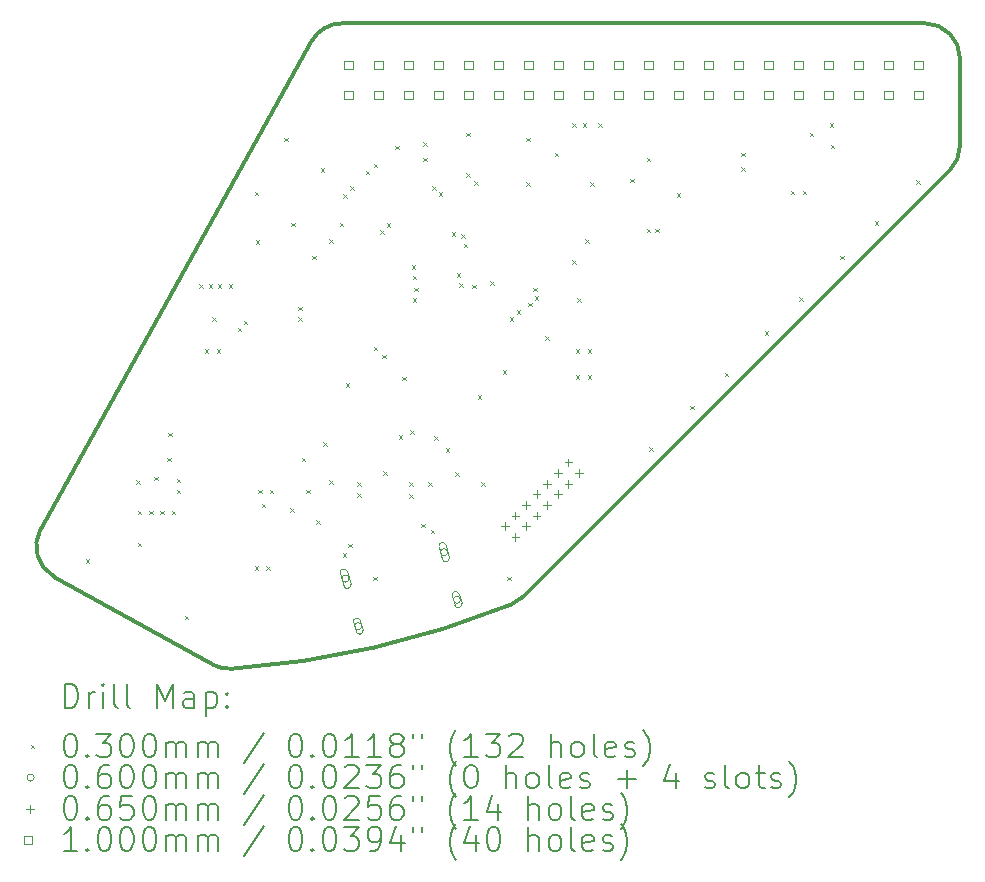
<source format=gbr>
%TF.GenerationSoftware,KiCad,Pcbnew,8.0.0*%
%TF.CreationDate,2024-03-25T03:31:57+00:00*%
%TF.ProjectId,main_PCB_v2,6d61696e-5f50-4434-925f-76322e6b6963,rev?*%
%TF.SameCoordinates,Original*%
%TF.FileFunction,Drillmap*%
%TF.FilePolarity,Positive*%
%FSLAX45Y45*%
G04 Gerber Fmt 4.5, Leading zero omitted, Abs format (unit mm)*
G04 Created by KiCad (PCBNEW 8.0.0) date 2024-03-25 03:31:57*
%MOMM*%
%LPD*%
G01*
G04 APERTURE LIST*
%ADD10C,0.350000*%
%ADD11C,0.200000*%
%ADD12C,0.100000*%
G04 APERTURE END LIST*
D10*
X11394036Y-11925982D02*
X13685251Y-7801794D01*
X11510586Y-12333920D02*
X12844754Y-13075124D01*
X15480477Y-12501572D02*
X19091061Y-8890987D01*
X18878505Y-7647494D02*
X13947485Y-7647494D01*
X19178506Y-7949283D02*
X19178506Y-8679280D01*
X11510586Y-12333920D02*
G75*
G02*
X11394036Y-11925982I145695J262244D01*
G01*
X13011224Y-13112156D02*
G75*
G02*
X12844754Y-13075124I-20779J299276D01*
G01*
X13685251Y-7801794D02*
G75*
G02*
X13947485Y-7647494I262235J-145686D01*
G01*
X15380297Y-12567767D02*
G75*
G02*
X13011224Y-13112156I-2908972J7232211D01*
G01*
X15480477Y-12501572D02*
G75*
G02*
X15380297Y-12567766I-212127J212132D01*
G01*
X18878505Y-7647494D02*
G75*
G02*
X19178510Y-7949283I-5J-300016D01*
G01*
X19178506Y-8679280D02*
G75*
G02*
X19091060Y-8890986I-299996J0D01*
G01*
D11*
D12*
X11775000Y-12185000D02*
X11805000Y-12215000D01*
X11805000Y-12185000D02*
X11775000Y-12215000D01*
X12205000Y-11515000D02*
X12235000Y-11545000D01*
X12235000Y-11515000D02*
X12205000Y-11545000D01*
X12215000Y-11775000D02*
X12245000Y-11805000D01*
X12245000Y-11775000D02*
X12215000Y-11805000D01*
X12215000Y-12045000D02*
X12245000Y-12075000D01*
X12245000Y-12045000D02*
X12215000Y-12075000D01*
X12315000Y-11775000D02*
X12345000Y-11805000D01*
X12345000Y-11775000D02*
X12315000Y-11805000D01*
X12355000Y-11485000D02*
X12385000Y-11515000D01*
X12385000Y-11485000D02*
X12355000Y-11515000D01*
X12405000Y-11775000D02*
X12435000Y-11805000D01*
X12435000Y-11775000D02*
X12405000Y-11805000D01*
X12465000Y-11325000D02*
X12495000Y-11355000D01*
X12495000Y-11325000D02*
X12465000Y-11355000D01*
X12475000Y-11115000D02*
X12505000Y-11145000D01*
X12505000Y-11115000D02*
X12475000Y-11145000D01*
X12505000Y-11775000D02*
X12535000Y-11805000D01*
X12535000Y-11775000D02*
X12505000Y-11805000D01*
X12545000Y-11505000D02*
X12575000Y-11535000D01*
X12575000Y-11505000D02*
X12545000Y-11535000D01*
X12545000Y-11595000D02*
X12575000Y-11625000D01*
X12575000Y-11595000D02*
X12545000Y-11625000D01*
X12615000Y-12665000D02*
X12645000Y-12695000D01*
X12645000Y-12665000D02*
X12615000Y-12695000D01*
X12735000Y-9855000D02*
X12765000Y-9885000D01*
X12765000Y-9855000D02*
X12735000Y-9885000D01*
X12783198Y-10405000D02*
X12813198Y-10435000D01*
X12813198Y-10405000D02*
X12783198Y-10435000D01*
X12815000Y-9855000D02*
X12845000Y-9885000D01*
X12845000Y-9855000D02*
X12815000Y-9885000D01*
X12845000Y-10135000D02*
X12875000Y-10165000D01*
X12875000Y-10135000D02*
X12845000Y-10165000D01*
X12883198Y-10405000D02*
X12913198Y-10435000D01*
X12913198Y-10405000D02*
X12883198Y-10435000D01*
X12895000Y-9855000D02*
X12925000Y-9885000D01*
X12925000Y-9855000D02*
X12895000Y-9885000D01*
X12985000Y-9855000D02*
X13015000Y-9885000D01*
X13015000Y-9855000D02*
X12985000Y-9885000D01*
X13063198Y-10225000D02*
X13093198Y-10255000D01*
X13093198Y-10225000D02*
X13063198Y-10255000D01*
X13113198Y-10165000D02*
X13143198Y-10195000D01*
X13143198Y-10165000D02*
X13113198Y-10195000D01*
X13205000Y-9075000D02*
X13235000Y-9105000D01*
X13235000Y-9075000D02*
X13205000Y-9105000D01*
X13205000Y-12245000D02*
X13235000Y-12275000D01*
X13235000Y-12245000D02*
X13205000Y-12275000D01*
X13215000Y-9485000D02*
X13245000Y-9515000D01*
X13245000Y-9485000D02*
X13215000Y-9515000D01*
X13235000Y-11595000D02*
X13265000Y-11625000D01*
X13265000Y-11595000D02*
X13235000Y-11625000D01*
X13265000Y-11715000D02*
X13295000Y-11745000D01*
X13295000Y-11715000D02*
X13265000Y-11745000D01*
X13305000Y-12245000D02*
X13335000Y-12275000D01*
X13335000Y-12245000D02*
X13305000Y-12275000D01*
X13335000Y-11595000D02*
X13365000Y-11625000D01*
X13365000Y-11595000D02*
X13335000Y-11625000D01*
X13455000Y-8615000D02*
X13485000Y-8645000D01*
X13485000Y-8615000D02*
X13455000Y-8645000D01*
X13505000Y-11755000D02*
X13535000Y-11785000D01*
X13535000Y-11755000D02*
X13505000Y-11785000D01*
X13515000Y-9335000D02*
X13545000Y-9365000D01*
X13545000Y-9335000D02*
X13515000Y-9365000D01*
X13575000Y-10046736D02*
X13605000Y-10076736D01*
X13605000Y-10046736D02*
X13575000Y-10076736D01*
X13575000Y-10135000D02*
X13605000Y-10165000D01*
X13605000Y-10135000D02*
X13575000Y-10165000D01*
X13605000Y-11325000D02*
X13635000Y-11355000D01*
X13635000Y-11325000D02*
X13605000Y-11355000D01*
X13641396Y-11595000D02*
X13671396Y-11625000D01*
X13671396Y-11595000D02*
X13641396Y-11625000D01*
X13695000Y-9615000D02*
X13725000Y-9645000D01*
X13725000Y-9615000D02*
X13695000Y-9645000D01*
X13725000Y-11855000D02*
X13755000Y-11885000D01*
X13755000Y-11855000D02*
X13725000Y-11885000D01*
X13765000Y-8875000D02*
X13795000Y-8905000D01*
X13795000Y-8875000D02*
X13765000Y-8905000D01*
X13785000Y-11195000D02*
X13815000Y-11225000D01*
X13815000Y-11195000D02*
X13785000Y-11225000D01*
X13835000Y-11515000D02*
X13865000Y-11545000D01*
X13865000Y-11515000D02*
X13835000Y-11545000D01*
X13835000Y-9475000D02*
X13865000Y-9505000D01*
X13865000Y-9475000D02*
X13835000Y-9505000D01*
X13925000Y-9335000D02*
X13955000Y-9365000D01*
X13955000Y-9335000D02*
X13925000Y-9365000D01*
X13951647Y-12135373D02*
X13981647Y-12165373D01*
X13981647Y-12135373D02*
X13951647Y-12165373D01*
X13955000Y-9095000D02*
X13985000Y-9125000D01*
X13985000Y-9095000D02*
X13955000Y-9125000D01*
X13975000Y-10695000D02*
X14005000Y-10725000D01*
X14005000Y-10695000D02*
X13975000Y-10725000D01*
X13998180Y-12052673D02*
X14028180Y-12082673D01*
X14028180Y-12052673D02*
X13998180Y-12082673D01*
X14015000Y-9025000D02*
X14045000Y-9055000D01*
X14045000Y-9025000D02*
X14015000Y-9055000D01*
X14075000Y-11535000D02*
X14105000Y-11565000D01*
X14105000Y-11535000D02*
X14075000Y-11565000D01*
X14075000Y-11625000D02*
X14105000Y-11655000D01*
X14105000Y-11625000D02*
X14075000Y-11655000D01*
X14145000Y-8895000D02*
X14175000Y-8925000D01*
X14175000Y-8895000D02*
X14145000Y-8925000D01*
X14211740Y-12333314D02*
X14241740Y-12363314D01*
X14241740Y-12333314D02*
X14211740Y-12363314D01*
X14215000Y-10385000D02*
X14245000Y-10415000D01*
X14245000Y-10385000D02*
X14215000Y-10415000D01*
X14215000Y-8835000D02*
X14245000Y-8865000D01*
X14245000Y-8835000D02*
X14215000Y-8865000D01*
X14268414Y-9398205D02*
X14298414Y-9428205D01*
X14298414Y-9398205D02*
X14268414Y-9428205D01*
X14286421Y-10455000D02*
X14316421Y-10485000D01*
X14316421Y-10455000D02*
X14286421Y-10485000D01*
X14295000Y-11440000D02*
X14325000Y-11470000D01*
X14325000Y-11440000D02*
X14295000Y-11470000D01*
X14324982Y-9341637D02*
X14354982Y-9371637D01*
X14354982Y-9341637D02*
X14324982Y-9371637D01*
X14395000Y-8685000D02*
X14425000Y-8715000D01*
X14425000Y-8685000D02*
X14395000Y-8715000D01*
X14425000Y-11135000D02*
X14455000Y-11165000D01*
X14455000Y-11135000D02*
X14425000Y-11165000D01*
X14455000Y-10639975D02*
X14485000Y-10669975D01*
X14485000Y-10639975D02*
X14455000Y-10669975D01*
X14515000Y-11535000D02*
X14545000Y-11565000D01*
X14545000Y-11535000D02*
X14515000Y-11565000D01*
X14515000Y-11635000D02*
X14545000Y-11665000D01*
X14545000Y-11635000D02*
X14515000Y-11665000D01*
X14525000Y-11095000D02*
X14555000Y-11125000D01*
X14555000Y-11095000D02*
X14525000Y-11125000D01*
X14535000Y-9695000D02*
X14565000Y-9725000D01*
X14565000Y-9695000D02*
X14535000Y-9725000D01*
X14545000Y-9785000D02*
X14575000Y-9815000D01*
X14575000Y-9785000D02*
X14545000Y-9815000D01*
X14545000Y-9975000D02*
X14575000Y-10005000D01*
X14575000Y-9975000D02*
X14545000Y-10005000D01*
X14555000Y-9885000D02*
X14585000Y-9915000D01*
X14585000Y-9885000D02*
X14555000Y-9915000D01*
X14616737Y-11886397D02*
X14646737Y-11916397D01*
X14646737Y-11886397D02*
X14616737Y-11916397D01*
X14635000Y-8655000D02*
X14665000Y-8685000D01*
X14665000Y-8655000D02*
X14635000Y-8685000D01*
X14635000Y-8785000D02*
X14665000Y-8815000D01*
X14665000Y-8785000D02*
X14635000Y-8815000D01*
X14675000Y-11535000D02*
X14705000Y-11565000D01*
X14705000Y-11535000D02*
X14675000Y-11565000D01*
X14695243Y-11935460D02*
X14725243Y-11965460D01*
X14725243Y-11935460D02*
X14695243Y-11965460D01*
X14710355Y-9026975D02*
X14740355Y-9056975D01*
X14740355Y-9026975D02*
X14710355Y-9056975D01*
X14725000Y-11145000D02*
X14755000Y-11175000D01*
X14755000Y-11145000D02*
X14725000Y-11175000D01*
X14763388Y-9080008D02*
X14793388Y-9110008D01*
X14793388Y-9080008D02*
X14763388Y-9110008D01*
X14825000Y-11245000D02*
X14855000Y-11275000D01*
X14855000Y-11245000D02*
X14825000Y-11275000D01*
X14875000Y-9415000D02*
X14905000Y-9445000D01*
X14905000Y-9415000D02*
X14875000Y-9445000D01*
X14905000Y-11450000D02*
X14935000Y-11480000D01*
X14935000Y-11450000D02*
X14905000Y-11480000D01*
X14915000Y-9765000D02*
X14945000Y-9795000D01*
X14945000Y-9765000D02*
X14915000Y-9795000D01*
X14940000Y-9850000D02*
X14970000Y-9880000D01*
X14970000Y-9850000D02*
X14940000Y-9880000D01*
X14955000Y-9435000D02*
X14985000Y-9465000D01*
X14985000Y-9435000D02*
X14955000Y-9465000D01*
X14975000Y-9515000D02*
X15005000Y-9545000D01*
X15005000Y-9515000D02*
X14975000Y-9545000D01*
X14995000Y-8915000D02*
X15025000Y-8945000D01*
X15025000Y-8915000D02*
X14995000Y-8945000D01*
X14995000Y-8575000D02*
X15025000Y-8605000D01*
X15025000Y-8575000D02*
X14995000Y-8605000D01*
X15050000Y-9860000D02*
X15080000Y-9890000D01*
X15080000Y-9860000D02*
X15050000Y-9890000D01*
X15065000Y-8985000D02*
X15095000Y-9015000D01*
X15095000Y-8985000D02*
X15065000Y-9015000D01*
X15095000Y-10795000D02*
X15125000Y-10825000D01*
X15125000Y-10795000D02*
X15095000Y-10825000D01*
X15125000Y-11535000D02*
X15155000Y-11565000D01*
X15155000Y-11535000D02*
X15125000Y-11565000D01*
X15200000Y-9830000D02*
X15230000Y-9860000D01*
X15230000Y-9830000D02*
X15200000Y-9860000D01*
X15305000Y-10585000D02*
X15335000Y-10615000D01*
X15335000Y-10585000D02*
X15305000Y-10615000D01*
X15345000Y-12335000D02*
X15375000Y-12365000D01*
X15375000Y-12335000D02*
X15345000Y-12365000D01*
X15365000Y-10135000D02*
X15395000Y-10165000D01*
X15395000Y-10135000D02*
X15365000Y-10165000D01*
X15425000Y-10075000D02*
X15455000Y-10105000D01*
X15455000Y-10075000D02*
X15425000Y-10105000D01*
X15505000Y-8995000D02*
X15535000Y-9025000D01*
X15535000Y-8995000D02*
X15505000Y-9025000D01*
X15505000Y-8615000D02*
X15535000Y-8645000D01*
X15535000Y-8615000D02*
X15505000Y-8645000D01*
X15519993Y-10013388D02*
X15549993Y-10043388D01*
X15549993Y-10013388D02*
X15519993Y-10043388D01*
X15565000Y-9885000D02*
X15595000Y-9915000D01*
X15595000Y-9885000D02*
X15565000Y-9915000D01*
X15576561Y-9956820D02*
X15606561Y-9986820D01*
X15606561Y-9956820D02*
X15576561Y-9986820D01*
X15665000Y-10295000D02*
X15695000Y-10325000D01*
X15695000Y-10295000D02*
X15665000Y-10325000D01*
X15745000Y-8745000D02*
X15775000Y-8775000D01*
X15775000Y-8745000D02*
X15745000Y-8775000D01*
X15895000Y-8495000D02*
X15925000Y-8525000D01*
X15925000Y-8495000D02*
X15895000Y-8525000D01*
X15895000Y-9655000D02*
X15925000Y-9685000D01*
X15925000Y-9655000D02*
X15895000Y-9685000D01*
X15925000Y-10405000D02*
X15955000Y-10435000D01*
X15955000Y-10405000D02*
X15925000Y-10435000D01*
X15925000Y-10625000D02*
X15955000Y-10655000D01*
X15955000Y-10625000D02*
X15925000Y-10655000D01*
X15935000Y-9975000D02*
X15965000Y-10005000D01*
X15965000Y-9975000D02*
X15935000Y-10005000D01*
X15985000Y-8495000D02*
X16015000Y-8525000D01*
X16015000Y-8495000D02*
X15985000Y-8525000D01*
X16005000Y-9475000D02*
X16035000Y-9505000D01*
X16035000Y-9475000D02*
X16005000Y-9505000D01*
X16025000Y-10405000D02*
X16055000Y-10435000D01*
X16055000Y-10405000D02*
X16025000Y-10435000D01*
X16025000Y-10625000D02*
X16055000Y-10655000D01*
X16055000Y-10625000D02*
X16025000Y-10655000D01*
X16045000Y-8995000D02*
X16075000Y-9025000D01*
X16075000Y-8995000D02*
X16045000Y-9025000D01*
X16115000Y-8495000D02*
X16145000Y-8525000D01*
X16145000Y-8495000D02*
X16115000Y-8525000D01*
X16385000Y-8965000D02*
X16415000Y-8995000D01*
X16415000Y-8965000D02*
X16385000Y-8995000D01*
X16525000Y-8785000D02*
X16555000Y-8815000D01*
X16555000Y-8785000D02*
X16525000Y-8815000D01*
X16525000Y-9385000D02*
X16555000Y-9415000D01*
X16555000Y-9385000D02*
X16525000Y-9415000D01*
X16545804Y-11235822D02*
X16575804Y-11265822D01*
X16575804Y-11235822D02*
X16545804Y-11265822D01*
X16595000Y-9385000D02*
X16625000Y-9415000D01*
X16625000Y-9385000D02*
X16595000Y-9415000D01*
X16779000Y-9085000D02*
X16809000Y-9115000D01*
X16809000Y-9085000D02*
X16779000Y-9115000D01*
X16895000Y-10885000D02*
X16925000Y-10915000D01*
X16925000Y-10885000D02*
X16895000Y-10915000D01*
X17185000Y-10605000D02*
X17215000Y-10635000D01*
X17215000Y-10605000D02*
X17185000Y-10635000D01*
X17325000Y-8745000D02*
X17355000Y-8775000D01*
X17355000Y-8745000D02*
X17325000Y-8775000D01*
X17325000Y-8865000D02*
X17355000Y-8895000D01*
X17355000Y-8865000D02*
X17325000Y-8895000D01*
X17525000Y-10255000D02*
X17555000Y-10285000D01*
X17555000Y-10255000D02*
X17525000Y-10285000D01*
X17745000Y-9065000D02*
X17775000Y-9095000D01*
X17775000Y-9065000D02*
X17745000Y-9095000D01*
X17815000Y-9965000D02*
X17845000Y-9995000D01*
X17845000Y-9965000D02*
X17815000Y-9995000D01*
X17845000Y-9065000D02*
X17875000Y-9095000D01*
X17875000Y-9065000D02*
X17845000Y-9095000D01*
X17905000Y-8575000D02*
X17935000Y-8605000D01*
X17935000Y-8575000D02*
X17905000Y-8605000D01*
X18075000Y-8495000D02*
X18105000Y-8525000D01*
X18105000Y-8495000D02*
X18075000Y-8525000D01*
X18085000Y-8675000D02*
X18115000Y-8705000D01*
X18115000Y-8675000D02*
X18085000Y-8705000D01*
X18165000Y-9615000D02*
X18195000Y-9645000D01*
X18195000Y-9615000D02*
X18165000Y-9645000D01*
X18455000Y-9325000D02*
X18485000Y-9355000D01*
X18485000Y-9325000D02*
X18455000Y-9355000D01*
X18805000Y-8975000D02*
X18835000Y-9005000D01*
X18835000Y-8975000D02*
X18805000Y-9005000D01*
X14004309Y-12349148D02*
G75*
G02*
X13944309Y-12349148I-30000J0D01*
G01*
X13944309Y-12349148D02*
G75*
G02*
X14004309Y-12349148I30000J0D01*
G01*
X13931097Y-12303787D02*
X13959567Y-12410039D01*
X14017522Y-12394509D02*
G75*
G02*
X13959567Y-12410039I-28978J-7765D01*
G01*
X14017522Y-12394509D02*
X13989052Y-12288258D01*
X13989052Y-12288258D02*
G75*
G03*
X13931097Y-12303787I-28978J-7765D01*
G01*
X14112237Y-12751939D02*
G75*
G02*
X14052237Y-12751939I-30000J0D01*
G01*
X14052237Y-12751939D02*
G75*
G02*
X14112237Y-12751939I30000J0D01*
G01*
X14042907Y-12721067D02*
X14063612Y-12798341D01*
X14121568Y-12782812D02*
G75*
G02*
X14063612Y-12798341I-28978J-7765D01*
G01*
X14121568Y-12782812D02*
X14100862Y-12705538D01*
X14100862Y-12705538D02*
G75*
G03*
X14042906Y-12721067I-28978J-7765D01*
G01*
X14839835Y-12125270D02*
G75*
G02*
X14779835Y-12125270I-30000J0D01*
G01*
X14779835Y-12125270D02*
G75*
G02*
X14839835Y-12125270I30000J0D01*
G01*
X14766623Y-12079908D02*
X14795093Y-12186160D01*
X14853048Y-12170631D02*
G75*
G02*
X14795093Y-12186160I-28978J-7765D01*
G01*
X14853048Y-12170631D02*
X14824578Y-12064379D01*
X14824578Y-12064379D02*
G75*
G03*
X14766623Y-12079908I-28978J-7765D01*
G01*
X14947763Y-12528061D02*
G75*
G02*
X14887763Y-12528061I-30000J0D01*
G01*
X14887763Y-12528061D02*
G75*
G02*
X14947763Y-12528061I30000J0D01*
G01*
X14878432Y-12497188D02*
X14899138Y-12574462D01*
X14957093Y-12558933D02*
G75*
G02*
X14899138Y-12574462I-28978J-7765D01*
G01*
X14957093Y-12558933D02*
X14936388Y-12481659D01*
X14936388Y-12481659D02*
G75*
G03*
X14878432Y-12497188I-28978J-7765D01*
G01*
X15323923Y-11872360D02*
X15323923Y-11937360D01*
X15291423Y-11904860D02*
X15356423Y-11904860D01*
X15413726Y-11782557D02*
X15413726Y-11847557D01*
X15381226Y-11815057D02*
X15446226Y-11815057D01*
X15413726Y-11962162D02*
X15413726Y-12027162D01*
X15381226Y-11994662D02*
X15446226Y-11994662D01*
X15503528Y-11692755D02*
X15503528Y-11757755D01*
X15471028Y-11725255D02*
X15536028Y-11725255D01*
X15503528Y-11872360D02*
X15503528Y-11937360D01*
X15471028Y-11904860D02*
X15536028Y-11904860D01*
X15593331Y-11602952D02*
X15593331Y-11667952D01*
X15560831Y-11635452D02*
X15625831Y-11635452D01*
X15593331Y-11782557D02*
X15593331Y-11847557D01*
X15560831Y-11815057D02*
X15625831Y-11815057D01*
X15683133Y-11513150D02*
X15683133Y-11578150D01*
X15650633Y-11545650D02*
X15715633Y-11545650D01*
X15683133Y-11692755D02*
X15683133Y-11757755D01*
X15650633Y-11725255D02*
X15715633Y-11725255D01*
X15772936Y-11423347D02*
X15772936Y-11488347D01*
X15740436Y-11455847D02*
X15805436Y-11455847D01*
X15772936Y-11602952D02*
X15772936Y-11667952D01*
X15740436Y-11635452D02*
X15805436Y-11635452D01*
X15862739Y-11333545D02*
X15862739Y-11398545D01*
X15830239Y-11366045D02*
X15895239Y-11366045D01*
X15862739Y-11513150D02*
X15862739Y-11578150D01*
X15830239Y-11545650D02*
X15895239Y-11545650D01*
X15952541Y-11423347D02*
X15952541Y-11488347D01*
X15920041Y-11455847D02*
X15985041Y-11455847D01*
X14035356Y-8035356D02*
X14035356Y-7964644D01*
X13964644Y-7964644D01*
X13964644Y-8035356D01*
X14035356Y-8035356D01*
X14035356Y-8289356D02*
X14035356Y-8218644D01*
X13964644Y-8218644D01*
X13964644Y-8289356D01*
X14035356Y-8289356D01*
X14289356Y-8035356D02*
X14289356Y-7964644D01*
X14218644Y-7964644D01*
X14218644Y-8035356D01*
X14289356Y-8035356D01*
X14289356Y-8289356D02*
X14289356Y-8218644D01*
X14218644Y-8218644D01*
X14218644Y-8289356D01*
X14289356Y-8289356D01*
X14543356Y-8035356D02*
X14543356Y-7964644D01*
X14472644Y-7964644D01*
X14472644Y-8035356D01*
X14543356Y-8035356D01*
X14543356Y-8289356D02*
X14543356Y-8218644D01*
X14472644Y-8218644D01*
X14472644Y-8289356D01*
X14543356Y-8289356D01*
X14797356Y-8035356D02*
X14797356Y-7964644D01*
X14726644Y-7964644D01*
X14726644Y-8035356D01*
X14797356Y-8035356D01*
X14797356Y-8289356D02*
X14797356Y-8218644D01*
X14726644Y-8218644D01*
X14726644Y-8289356D01*
X14797356Y-8289356D01*
X15051356Y-8289356D02*
X15051356Y-8218644D01*
X14980644Y-8218644D01*
X14980644Y-8289356D01*
X15051356Y-8289356D01*
X15051356Y-8035356D02*
X15051356Y-7964644D01*
X14980644Y-7964644D01*
X14980644Y-8035356D01*
X15051356Y-8035356D01*
X15305356Y-8035356D02*
X15305356Y-7964644D01*
X15234644Y-7964644D01*
X15234644Y-8035356D01*
X15305356Y-8035356D01*
X15305356Y-8289356D02*
X15305356Y-8218644D01*
X15234644Y-8218644D01*
X15234644Y-8289356D01*
X15305356Y-8289356D01*
X15559356Y-8035356D02*
X15559356Y-7964644D01*
X15488644Y-7964644D01*
X15488644Y-8035356D01*
X15559356Y-8035356D01*
X15559356Y-8289356D02*
X15559356Y-8218644D01*
X15488644Y-8218644D01*
X15488644Y-8289356D01*
X15559356Y-8289356D01*
X15813356Y-8035356D02*
X15813356Y-7964644D01*
X15742644Y-7964644D01*
X15742644Y-8035356D01*
X15813356Y-8035356D01*
X15813356Y-8289356D02*
X15813356Y-8218644D01*
X15742644Y-8218644D01*
X15742644Y-8289356D01*
X15813356Y-8289356D01*
X16067356Y-8035356D02*
X16067356Y-7964644D01*
X15996644Y-7964644D01*
X15996644Y-8035356D01*
X16067356Y-8035356D01*
X16067356Y-8289356D02*
X16067356Y-8218644D01*
X15996644Y-8218644D01*
X15996644Y-8289356D01*
X16067356Y-8289356D01*
X16321356Y-8035356D02*
X16321356Y-7964644D01*
X16250644Y-7964644D01*
X16250644Y-8035356D01*
X16321356Y-8035356D01*
X16321356Y-8289356D02*
X16321356Y-8218644D01*
X16250644Y-8218644D01*
X16250644Y-8289356D01*
X16321356Y-8289356D01*
X16575356Y-8035356D02*
X16575356Y-7964644D01*
X16504644Y-7964644D01*
X16504644Y-8035356D01*
X16575356Y-8035356D01*
X16575356Y-8289356D02*
X16575356Y-8218644D01*
X16504644Y-8218644D01*
X16504644Y-8289356D01*
X16575356Y-8289356D01*
X16829356Y-8035356D02*
X16829356Y-7964644D01*
X16758644Y-7964644D01*
X16758644Y-8035356D01*
X16829356Y-8035356D01*
X16829356Y-8289356D02*
X16829356Y-8218644D01*
X16758644Y-8218644D01*
X16758644Y-8289356D01*
X16829356Y-8289356D01*
X17083356Y-8035356D02*
X17083356Y-7964644D01*
X17012644Y-7964644D01*
X17012644Y-8035356D01*
X17083356Y-8035356D01*
X17083356Y-8289356D02*
X17083356Y-8218644D01*
X17012644Y-8218644D01*
X17012644Y-8289356D01*
X17083356Y-8289356D01*
X17337356Y-8035356D02*
X17337356Y-7964644D01*
X17266644Y-7964644D01*
X17266644Y-8035356D01*
X17337356Y-8035356D01*
X17337356Y-8289356D02*
X17337356Y-8218644D01*
X17266644Y-8218644D01*
X17266644Y-8289356D01*
X17337356Y-8289356D01*
X17591356Y-8035356D02*
X17591356Y-7964644D01*
X17520644Y-7964644D01*
X17520644Y-8035356D01*
X17591356Y-8035356D01*
X17591356Y-8289356D02*
X17591356Y-8218644D01*
X17520644Y-8218644D01*
X17520644Y-8289356D01*
X17591356Y-8289356D01*
X17845356Y-8035356D02*
X17845356Y-7964644D01*
X17774644Y-7964644D01*
X17774644Y-8035356D01*
X17845356Y-8035356D01*
X17845356Y-8289356D02*
X17845356Y-8218644D01*
X17774644Y-8218644D01*
X17774644Y-8289356D01*
X17845356Y-8289356D01*
X18099356Y-8035356D02*
X18099356Y-7964644D01*
X18028644Y-7964644D01*
X18028644Y-8035356D01*
X18099356Y-8035356D01*
X18099356Y-8289356D02*
X18099356Y-8218644D01*
X18028644Y-8218644D01*
X18028644Y-8289356D01*
X18099356Y-8289356D01*
X18353356Y-8035356D02*
X18353356Y-7964644D01*
X18282644Y-7964644D01*
X18282644Y-8035356D01*
X18353356Y-8035356D01*
X18353356Y-8289356D02*
X18353356Y-8218644D01*
X18282644Y-8218644D01*
X18282644Y-8289356D01*
X18353356Y-8289356D01*
X18607356Y-8035356D02*
X18607356Y-7964644D01*
X18536644Y-7964644D01*
X18536644Y-8035356D01*
X18607356Y-8035356D01*
X18607356Y-8289356D02*
X18607356Y-8218644D01*
X18536644Y-8218644D01*
X18536644Y-8289356D01*
X18607356Y-8289356D01*
X18861356Y-8035356D02*
X18861356Y-7964644D01*
X18790644Y-7964644D01*
X18790644Y-8035356D01*
X18861356Y-8035356D01*
X18861356Y-8289356D02*
X18861356Y-8218644D01*
X18790644Y-8218644D01*
X18790644Y-8289356D01*
X18861356Y-8289356D01*
D11*
X11599559Y-13441860D02*
X11599559Y-13241860D01*
X11599559Y-13241860D02*
X11647178Y-13241860D01*
X11647178Y-13241860D02*
X11675750Y-13251384D01*
X11675750Y-13251384D02*
X11694797Y-13270432D01*
X11694797Y-13270432D02*
X11704321Y-13289479D01*
X11704321Y-13289479D02*
X11713845Y-13327575D01*
X11713845Y-13327575D02*
X11713845Y-13356146D01*
X11713845Y-13356146D02*
X11704321Y-13394241D01*
X11704321Y-13394241D02*
X11694797Y-13413289D01*
X11694797Y-13413289D02*
X11675750Y-13432337D01*
X11675750Y-13432337D02*
X11647178Y-13441860D01*
X11647178Y-13441860D02*
X11599559Y-13441860D01*
X11799559Y-13441860D02*
X11799559Y-13308527D01*
X11799559Y-13346622D02*
X11809083Y-13327575D01*
X11809083Y-13327575D02*
X11818607Y-13318051D01*
X11818607Y-13318051D02*
X11837655Y-13308527D01*
X11837655Y-13308527D02*
X11856702Y-13308527D01*
X11923369Y-13441860D02*
X11923369Y-13308527D01*
X11923369Y-13241860D02*
X11913845Y-13251384D01*
X11913845Y-13251384D02*
X11923369Y-13260908D01*
X11923369Y-13260908D02*
X11932893Y-13251384D01*
X11932893Y-13251384D02*
X11923369Y-13241860D01*
X11923369Y-13241860D02*
X11923369Y-13260908D01*
X12047178Y-13441860D02*
X12028131Y-13432337D01*
X12028131Y-13432337D02*
X12018607Y-13413289D01*
X12018607Y-13413289D02*
X12018607Y-13241860D01*
X12151940Y-13441860D02*
X12132893Y-13432337D01*
X12132893Y-13432337D02*
X12123369Y-13413289D01*
X12123369Y-13413289D02*
X12123369Y-13241860D01*
X12380512Y-13441860D02*
X12380512Y-13241860D01*
X12380512Y-13241860D02*
X12447178Y-13384717D01*
X12447178Y-13384717D02*
X12513845Y-13241860D01*
X12513845Y-13241860D02*
X12513845Y-13441860D01*
X12694797Y-13441860D02*
X12694797Y-13337098D01*
X12694797Y-13337098D02*
X12685274Y-13318051D01*
X12685274Y-13318051D02*
X12666226Y-13308527D01*
X12666226Y-13308527D02*
X12628131Y-13308527D01*
X12628131Y-13308527D02*
X12609083Y-13318051D01*
X12694797Y-13432337D02*
X12675750Y-13441860D01*
X12675750Y-13441860D02*
X12628131Y-13441860D01*
X12628131Y-13441860D02*
X12609083Y-13432337D01*
X12609083Y-13432337D02*
X12599559Y-13413289D01*
X12599559Y-13413289D02*
X12599559Y-13394241D01*
X12599559Y-13394241D02*
X12609083Y-13375194D01*
X12609083Y-13375194D02*
X12628131Y-13365670D01*
X12628131Y-13365670D02*
X12675750Y-13365670D01*
X12675750Y-13365670D02*
X12694797Y-13356146D01*
X12790036Y-13308527D02*
X12790036Y-13508527D01*
X12790036Y-13318051D02*
X12809083Y-13308527D01*
X12809083Y-13308527D02*
X12847178Y-13308527D01*
X12847178Y-13308527D02*
X12866226Y-13318051D01*
X12866226Y-13318051D02*
X12875750Y-13327575D01*
X12875750Y-13327575D02*
X12885274Y-13346622D01*
X12885274Y-13346622D02*
X12885274Y-13403765D01*
X12885274Y-13403765D02*
X12875750Y-13422813D01*
X12875750Y-13422813D02*
X12866226Y-13432337D01*
X12866226Y-13432337D02*
X12847178Y-13441860D01*
X12847178Y-13441860D02*
X12809083Y-13441860D01*
X12809083Y-13441860D02*
X12790036Y-13432337D01*
X12970988Y-13422813D02*
X12980512Y-13432337D01*
X12980512Y-13432337D02*
X12970988Y-13441860D01*
X12970988Y-13441860D02*
X12961464Y-13432337D01*
X12961464Y-13432337D02*
X12970988Y-13422813D01*
X12970988Y-13422813D02*
X12970988Y-13441860D01*
X12970988Y-13318051D02*
X12980512Y-13327575D01*
X12980512Y-13327575D02*
X12970988Y-13337098D01*
X12970988Y-13337098D02*
X12961464Y-13327575D01*
X12961464Y-13327575D02*
X12970988Y-13318051D01*
X12970988Y-13318051D02*
X12970988Y-13337098D01*
D12*
X11308783Y-13755377D02*
X11338783Y-13785377D01*
X11338783Y-13755377D02*
X11308783Y-13785377D01*
D11*
X11637655Y-13661860D02*
X11656702Y-13661860D01*
X11656702Y-13661860D02*
X11675750Y-13671384D01*
X11675750Y-13671384D02*
X11685274Y-13680908D01*
X11685274Y-13680908D02*
X11694797Y-13699956D01*
X11694797Y-13699956D02*
X11704321Y-13738051D01*
X11704321Y-13738051D02*
X11704321Y-13785670D01*
X11704321Y-13785670D02*
X11694797Y-13823765D01*
X11694797Y-13823765D02*
X11685274Y-13842813D01*
X11685274Y-13842813D02*
X11675750Y-13852337D01*
X11675750Y-13852337D02*
X11656702Y-13861860D01*
X11656702Y-13861860D02*
X11637655Y-13861860D01*
X11637655Y-13861860D02*
X11618607Y-13852337D01*
X11618607Y-13852337D02*
X11609083Y-13842813D01*
X11609083Y-13842813D02*
X11599559Y-13823765D01*
X11599559Y-13823765D02*
X11590036Y-13785670D01*
X11590036Y-13785670D02*
X11590036Y-13738051D01*
X11590036Y-13738051D02*
X11599559Y-13699956D01*
X11599559Y-13699956D02*
X11609083Y-13680908D01*
X11609083Y-13680908D02*
X11618607Y-13671384D01*
X11618607Y-13671384D02*
X11637655Y-13661860D01*
X11790036Y-13842813D02*
X11799559Y-13852337D01*
X11799559Y-13852337D02*
X11790036Y-13861860D01*
X11790036Y-13861860D02*
X11780512Y-13852337D01*
X11780512Y-13852337D02*
X11790036Y-13842813D01*
X11790036Y-13842813D02*
X11790036Y-13861860D01*
X11866226Y-13661860D02*
X11990036Y-13661860D01*
X11990036Y-13661860D02*
X11923369Y-13738051D01*
X11923369Y-13738051D02*
X11951940Y-13738051D01*
X11951940Y-13738051D02*
X11970988Y-13747575D01*
X11970988Y-13747575D02*
X11980512Y-13757098D01*
X11980512Y-13757098D02*
X11990036Y-13776146D01*
X11990036Y-13776146D02*
X11990036Y-13823765D01*
X11990036Y-13823765D02*
X11980512Y-13842813D01*
X11980512Y-13842813D02*
X11970988Y-13852337D01*
X11970988Y-13852337D02*
X11951940Y-13861860D01*
X11951940Y-13861860D02*
X11894797Y-13861860D01*
X11894797Y-13861860D02*
X11875750Y-13852337D01*
X11875750Y-13852337D02*
X11866226Y-13842813D01*
X12113845Y-13661860D02*
X12132893Y-13661860D01*
X12132893Y-13661860D02*
X12151940Y-13671384D01*
X12151940Y-13671384D02*
X12161464Y-13680908D01*
X12161464Y-13680908D02*
X12170988Y-13699956D01*
X12170988Y-13699956D02*
X12180512Y-13738051D01*
X12180512Y-13738051D02*
X12180512Y-13785670D01*
X12180512Y-13785670D02*
X12170988Y-13823765D01*
X12170988Y-13823765D02*
X12161464Y-13842813D01*
X12161464Y-13842813D02*
X12151940Y-13852337D01*
X12151940Y-13852337D02*
X12132893Y-13861860D01*
X12132893Y-13861860D02*
X12113845Y-13861860D01*
X12113845Y-13861860D02*
X12094797Y-13852337D01*
X12094797Y-13852337D02*
X12085274Y-13842813D01*
X12085274Y-13842813D02*
X12075750Y-13823765D01*
X12075750Y-13823765D02*
X12066226Y-13785670D01*
X12066226Y-13785670D02*
X12066226Y-13738051D01*
X12066226Y-13738051D02*
X12075750Y-13699956D01*
X12075750Y-13699956D02*
X12085274Y-13680908D01*
X12085274Y-13680908D02*
X12094797Y-13671384D01*
X12094797Y-13671384D02*
X12113845Y-13661860D01*
X12304321Y-13661860D02*
X12323369Y-13661860D01*
X12323369Y-13661860D02*
X12342417Y-13671384D01*
X12342417Y-13671384D02*
X12351940Y-13680908D01*
X12351940Y-13680908D02*
X12361464Y-13699956D01*
X12361464Y-13699956D02*
X12370988Y-13738051D01*
X12370988Y-13738051D02*
X12370988Y-13785670D01*
X12370988Y-13785670D02*
X12361464Y-13823765D01*
X12361464Y-13823765D02*
X12351940Y-13842813D01*
X12351940Y-13842813D02*
X12342417Y-13852337D01*
X12342417Y-13852337D02*
X12323369Y-13861860D01*
X12323369Y-13861860D02*
X12304321Y-13861860D01*
X12304321Y-13861860D02*
X12285274Y-13852337D01*
X12285274Y-13852337D02*
X12275750Y-13842813D01*
X12275750Y-13842813D02*
X12266226Y-13823765D01*
X12266226Y-13823765D02*
X12256702Y-13785670D01*
X12256702Y-13785670D02*
X12256702Y-13738051D01*
X12256702Y-13738051D02*
X12266226Y-13699956D01*
X12266226Y-13699956D02*
X12275750Y-13680908D01*
X12275750Y-13680908D02*
X12285274Y-13671384D01*
X12285274Y-13671384D02*
X12304321Y-13661860D01*
X12456702Y-13861860D02*
X12456702Y-13728527D01*
X12456702Y-13747575D02*
X12466226Y-13738051D01*
X12466226Y-13738051D02*
X12485274Y-13728527D01*
X12485274Y-13728527D02*
X12513845Y-13728527D01*
X12513845Y-13728527D02*
X12532893Y-13738051D01*
X12532893Y-13738051D02*
X12542417Y-13757098D01*
X12542417Y-13757098D02*
X12542417Y-13861860D01*
X12542417Y-13757098D02*
X12551940Y-13738051D01*
X12551940Y-13738051D02*
X12570988Y-13728527D01*
X12570988Y-13728527D02*
X12599559Y-13728527D01*
X12599559Y-13728527D02*
X12618607Y-13738051D01*
X12618607Y-13738051D02*
X12628131Y-13757098D01*
X12628131Y-13757098D02*
X12628131Y-13861860D01*
X12723369Y-13861860D02*
X12723369Y-13728527D01*
X12723369Y-13747575D02*
X12732893Y-13738051D01*
X12732893Y-13738051D02*
X12751940Y-13728527D01*
X12751940Y-13728527D02*
X12780512Y-13728527D01*
X12780512Y-13728527D02*
X12799559Y-13738051D01*
X12799559Y-13738051D02*
X12809083Y-13757098D01*
X12809083Y-13757098D02*
X12809083Y-13861860D01*
X12809083Y-13757098D02*
X12818607Y-13738051D01*
X12818607Y-13738051D02*
X12837655Y-13728527D01*
X12837655Y-13728527D02*
X12866226Y-13728527D01*
X12866226Y-13728527D02*
X12885274Y-13738051D01*
X12885274Y-13738051D02*
X12894798Y-13757098D01*
X12894798Y-13757098D02*
X12894798Y-13861860D01*
X13285274Y-13652337D02*
X13113845Y-13909479D01*
X13542417Y-13661860D02*
X13561464Y-13661860D01*
X13561464Y-13661860D02*
X13580512Y-13671384D01*
X13580512Y-13671384D02*
X13590036Y-13680908D01*
X13590036Y-13680908D02*
X13599560Y-13699956D01*
X13599560Y-13699956D02*
X13609083Y-13738051D01*
X13609083Y-13738051D02*
X13609083Y-13785670D01*
X13609083Y-13785670D02*
X13599560Y-13823765D01*
X13599560Y-13823765D02*
X13590036Y-13842813D01*
X13590036Y-13842813D02*
X13580512Y-13852337D01*
X13580512Y-13852337D02*
X13561464Y-13861860D01*
X13561464Y-13861860D02*
X13542417Y-13861860D01*
X13542417Y-13861860D02*
X13523369Y-13852337D01*
X13523369Y-13852337D02*
X13513845Y-13842813D01*
X13513845Y-13842813D02*
X13504321Y-13823765D01*
X13504321Y-13823765D02*
X13494798Y-13785670D01*
X13494798Y-13785670D02*
X13494798Y-13738051D01*
X13494798Y-13738051D02*
X13504321Y-13699956D01*
X13504321Y-13699956D02*
X13513845Y-13680908D01*
X13513845Y-13680908D02*
X13523369Y-13671384D01*
X13523369Y-13671384D02*
X13542417Y-13661860D01*
X13694798Y-13842813D02*
X13704321Y-13852337D01*
X13704321Y-13852337D02*
X13694798Y-13861860D01*
X13694798Y-13861860D02*
X13685274Y-13852337D01*
X13685274Y-13852337D02*
X13694798Y-13842813D01*
X13694798Y-13842813D02*
X13694798Y-13861860D01*
X13828131Y-13661860D02*
X13847179Y-13661860D01*
X13847179Y-13661860D02*
X13866226Y-13671384D01*
X13866226Y-13671384D02*
X13875750Y-13680908D01*
X13875750Y-13680908D02*
X13885274Y-13699956D01*
X13885274Y-13699956D02*
X13894798Y-13738051D01*
X13894798Y-13738051D02*
X13894798Y-13785670D01*
X13894798Y-13785670D02*
X13885274Y-13823765D01*
X13885274Y-13823765D02*
X13875750Y-13842813D01*
X13875750Y-13842813D02*
X13866226Y-13852337D01*
X13866226Y-13852337D02*
X13847179Y-13861860D01*
X13847179Y-13861860D02*
X13828131Y-13861860D01*
X13828131Y-13861860D02*
X13809083Y-13852337D01*
X13809083Y-13852337D02*
X13799560Y-13842813D01*
X13799560Y-13842813D02*
X13790036Y-13823765D01*
X13790036Y-13823765D02*
X13780512Y-13785670D01*
X13780512Y-13785670D02*
X13780512Y-13738051D01*
X13780512Y-13738051D02*
X13790036Y-13699956D01*
X13790036Y-13699956D02*
X13799560Y-13680908D01*
X13799560Y-13680908D02*
X13809083Y-13671384D01*
X13809083Y-13671384D02*
X13828131Y-13661860D01*
X14085274Y-13861860D02*
X13970988Y-13861860D01*
X14028131Y-13861860D02*
X14028131Y-13661860D01*
X14028131Y-13661860D02*
X14009083Y-13690432D01*
X14009083Y-13690432D02*
X13990036Y-13709479D01*
X13990036Y-13709479D02*
X13970988Y-13719003D01*
X14275750Y-13861860D02*
X14161464Y-13861860D01*
X14218607Y-13861860D02*
X14218607Y-13661860D01*
X14218607Y-13661860D02*
X14199560Y-13690432D01*
X14199560Y-13690432D02*
X14180512Y-13709479D01*
X14180512Y-13709479D02*
X14161464Y-13719003D01*
X14390036Y-13747575D02*
X14370988Y-13738051D01*
X14370988Y-13738051D02*
X14361464Y-13728527D01*
X14361464Y-13728527D02*
X14351941Y-13709479D01*
X14351941Y-13709479D02*
X14351941Y-13699956D01*
X14351941Y-13699956D02*
X14361464Y-13680908D01*
X14361464Y-13680908D02*
X14370988Y-13671384D01*
X14370988Y-13671384D02*
X14390036Y-13661860D01*
X14390036Y-13661860D02*
X14428131Y-13661860D01*
X14428131Y-13661860D02*
X14447179Y-13671384D01*
X14447179Y-13671384D02*
X14456702Y-13680908D01*
X14456702Y-13680908D02*
X14466226Y-13699956D01*
X14466226Y-13699956D02*
X14466226Y-13709479D01*
X14466226Y-13709479D02*
X14456702Y-13728527D01*
X14456702Y-13728527D02*
X14447179Y-13738051D01*
X14447179Y-13738051D02*
X14428131Y-13747575D01*
X14428131Y-13747575D02*
X14390036Y-13747575D01*
X14390036Y-13747575D02*
X14370988Y-13757098D01*
X14370988Y-13757098D02*
X14361464Y-13766622D01*
X14361464Y-13766622D02*
X14351941Y-13785670D01*
X14351941Y-13785670D02*
X14351941Y-13823765D01*
X14351941Y-13823765D02*
X14361464Y-13842813D01*
X14361464Y-13842813D02*
X14370988Y-13852337D01*
X14370988Y-13852337D02*
X14390036Y-13861860D01*
X14390036Y-13861860D02*
X14428131Y-13861860D01*
X14428131Y-13861860D02*
X14447179Y-13852337D01*
X14447179Y-13852337D02*
X14456702Y-13842813D01*
X14456702Y-13842813D02*
X14466226Y-13823765D01*
X14466226Y-13823765D02*
X14466226Y-13785670D01*
X14466226Y-13785670D02*
X14456702Y-13766622D01*
X14456702Y-13766622D02*
X14447179Y-13757098D01*
X14447179Y-13757098D02*
X14428131Y-13747575D01*
X14542417Y-13661860D02*
X14542417Y-13699956D01*
X14618607Y-13661860D02*
X14618607Y-13699956D01*
X14913845Y-13938051D02*
X14904322Y-13928527D01*
X14904322Y-13928527D02*
X14885274Y-13899956D01*
X14885274Y-13899956D02*
X14875750Y-13880908D01*
X14875750Y-13880908D02*
X14866226Y-13852337D01*
X14866226Y-13852337D02*
X14856703Y-13804717D01*
X14856703Y-13804717D02*
X14856703Y-13766622D01*
X14856703Y-13766622D02*
X14866226Y-13719003D01*
X14866226Y-13719003D02*
X14875750Y-13690432D01*
X14875750Y-13690432D02*
X14885274Y-13671384D01*
X14885274Y-13671384D02*
X14904322Y-13642813D01*
X14904322Y-13642813D02*
X14913845Y-13633289D01*
X15094798Y-13861860D02*
X14980512Y-13861860D01*
X15037655Y-13861860D02*
X15037655Y-13661860D01*
X15037655Y-13661860D02*
X15018607Y-13690432D01*
X15018607Y-13690432D02*
X14999560Y-13709479D01*
X14999560Y-13709479D02*
X14980512Y-13719003D01*
X15161464Y-13661860D02*
X15285274Y-13661860D01*
X15285274Y-13661860D02*
X15218607Y-13738051D01*
X15218607Y-13738051D02*
X15247179Y-13738051D01*
X15247179Y-13738051D02*
X15266226Y-13747575D01*
X15266226Y-13747575D02*
X15275750Y-13757098D01*
X15275750Y-13757098D02*
X15285274Y-13776146D01*
X15285274Y-13776146D02*
X15285274Y-13823765D01*
X15285274Y-13823765D02*
X15275750Y-13842813D01*
X15275750Y-13842813D02*
X15266226Y-13852337D01*
X15266226Y-13852337D02*
X15247179Y-13861860D01*
X15247179Y-13861860D02*
X15190036Y-13861860D01*
X15190036Y-13861860D02*
X15170988Y-13852337D01*
X15170988Y-13852337D02*
X15161464Y-13842813D01*
X15361464Y-13680908D02*
X15370988Y-13671384D01*
X15370988Y-13671384D02*
X15390036Y-13661860D01*
X15390036Y-13661860D02*
X15437655Y-13661860D01*
X15437655Y-13661860D02*
X15456703Y-13671384D01*
X15456703Y-13671384D02*
X15466226Y-13680908D01*
X15466226Y-13680908D02*
X15475750Y-13699956D01*
X15475750Y-13699956D02*
X15475750Y-13719003D01*
X15475750Y-13719003D02*
X15466226Y-13747575D01*
X15466226Y-13747575D02*
X15351941Y-13861860D01*
X15351941Y-13861860D02*
X15475750Y-13861860D01*
X15713845Y-13861860D02*
X15713845Y-13661860D01*
X15799560Y-13861860D02*
X15799560Y-13757098D01*
X15799560Y-13757098D02*
X15790036Y-13738051D01*
X15790036Y-13738051D02*
X15770988Y-13728527D01*
X15770988Y-13728527D02*
X15742417Y-13728527D01*
X15742417Y-13728527D02*
X15723369Y-13738051D01*
X15723369Y-13738051D02*
X15713845Y-13747575D01*
X15923369Y-13861860D02*
X15904322Y-13852337D01*
X15904322Y-13852337D02*
X15894798Y-13842813D01*
X15894798Y-13842813D02*
X15885274Y-13823765D01*
X15885274Y-13823765D02*
X15885274Y-13766622D01*
X15885274Y-13766622D02*
X15894798Y-13747575D01*
X15894798Y-13747575D02*
X15904322Y-13738051D01*
X15904322Y-13738051D02*
X15923369Y-13728527D01*
X15923369Y-13728527D02*
X15951941Y-13728527D01*
X15951941Y-13728527D02*
X15970988Y-13738051D01*
X15970988Y-13738051D02*
X15980512Y-13747575D01*
X15980512Y-13747575D02*
X15990036Y-13766622D01*
X15990036Y-13766622D02*
X15990036Y-13823765D01*
X15990036Y-13823765D02*
X15980512Y-13842813D01*
X15980512Y-13842813D02*
X15970988Y-13852337D01*
X15970988Y-13852337D02*
X15951941Y-13861860D01*
X15951941Y-13861860D02*
X15923369Y-13861860D01*
X16104322Y-13861860D02*
X16085274Y-13852337D01*
X16085274Y-13852337D02*
X16075750Y-13833289D01*
X16075750Y-13833289D02*
X16075750Y-13661860D01*
X16256703Y-13852337D02*
X16237655Y-13861860D01*
X16237655Y-13861860D02*
X16199560Y-13861860D01*
X16199560Y-13861860D02*
X16180512Y-13852337D01*
X16180512Y-13852337D02*
X16170988Y-13833289D01*
X16170988Y-13833289D02*
X16170988Y-13757098D01*
X16170988Y-13757098D02*
X16180512Y-13738051D01*
X16180512Y-13738051D02*
X16199560Y-13728527D01*
X16199560Y-13728527D02*
X16237655Y-13728527D01*
X16237655Y-13728527D02*
X16256703Y-13738051D01*
X16256703Y-13738051D02*
X16266226Y-13757098D01*
X16266226Y-13757098D02*
X16266226Y-13776146D01*
X16266226Y-13776146D02*
X16170988Y-13795194D01*
X16342417Y-13852337D02*
X16361465Y-13861860D01*
X16361465Y-13861860D02*
X16399560Y-13861860D01*
X16399560Y-13861860D02*
X16418607Y-13852337D01*
X16418607Y-13852337D02*
X16428131Y-13833289D01*
X16428131Y-13833289D02*
X16428131Y-13823765D01*
X16428131Y-13823765D02*
X16418607Y-13804717D01*
X16418607Y-13804717D02*
X16399560Y-13795194D01*
X16399560Y-13795194D02*
X16370988Y-13795194D01*
X16370988Y-13795194D02*
X16351941Y-13785670D01*
X16351941Y-13785670D02*
X16342417Y-13766622D01*
X16342417Y-13766622D02*
X16342417Y-13757098D01*
X16342417Y-13757098D02*
X16351941Y-13738051D01*
X16351941Y-13738051D02*
X16370988Y-13728527D01*
X16370988Y-13728527D02*
X16399560Y-13728527D01*
X16399560Y-13728527D02*
X16418607Y-13738051D01*
X16494798Y-13938051D02*
X16504322Y-13928527D01*
X16504322Y-13928527D02*
X16523369Y-13899956D01*
X16523369Y-13899956D02*
X16532893Y-13880908D01*
X16532893Y-13880908D02*
X16542417Y-13852337D01*
X16542417Y-13852337D02*
X16551941Y-13804717D01*
X16551941Y-13804717D02*
X16551941Y-13766622D01*
X16551941Y-13766622D02*
X16542417Y-13719003D01*
X16542417Y-13719003D02*
X16532893Y-13690432D01*
X16532893Y-13690432D02*
X16523369Y-13671384D01*
X16523369Y-13671384D02*
X16504322Y-13642813D01*
X16504322Y-13642813D02*
X16494798Y-13633289D01*
D12*
X11338783Y-14034377D02*
G75*
G02*
X11278783Y-14034377I-30000J0D01*
G01*
X11278783Y-14034377D02*
G75*
G02*
X11338783Y-14034377I30000J0D01*
G01*
D11*
X11637655Y-13925860D02*
X11656702Y-13925860D01*
X11656702Y-13925860D02*
X11675750Y-13935384D01*
X11675750Y-13935384D02*
X11685274Y-13944908D01*
X11685274Y-13944908D02*
X11694797Y-13963956D01*
X11694797Y-13963956D02*
X11704321Y-14002051D01*
X11704321Y-14002051D02*
X11704321Y-14049670D01*
X11704321Y-14049670D02*
X11694797Y-14087765D01*
X11694797Y-14087765D02*
X11685274Y-14106813D01*
X11685274Y-14106813D02*
X11675750Y-14116337D01*
X11675750Y-14116337D02*
X11656702Y-14125860D01*
X11656702Y-14125860D02*
X11637655Y-14125860D01*
X11637655Y-14125860D02*
X11618607Y-14116337D01*
X11618607Y-14116337D02*
X11609083Y-14106813D01*
X11609083Y-14106813D02*
X11599559Y-14087765D01*
X11599559Y-14087765D02*
X11590036Y-14049670D01*
X11590036Y-14049670D02*
X11590036Y-14002051D01*
X11590036Y-14002051D02*
X11599559Y-13963956D01*
X11599559Y-13963956D02*
X11609083Y-13944908D01*
X11609083Y-13944908D02*
X11618607Y-13935384D01*
X11618607Y-13935384D02*
X11637655Y-13925860D01*
X11790036Y-14106813D02*
X11799559Y-14116337D01*
X11799559Y-14116337D02*
X11790036Y-14125860D01*
X11790036Y-14125860D02*
X11780512Y-14116337D01*
X11780512Y-14116337D02*
X11790036Y-14106813D01*
X11790036Y-14106813D02*
X11790036Y-14125860D01*
X11970988Y-13925860D02*
X11932893Y-13925860D01*
X11932893Y-13925860D02*
X11913845Y-13935384D01*
X11913845Y-13935384D02*
X11904321Y-13944908D01*
X11904321Y-13944908D02*
X11885274Y-13973479D01*
X11885274Y-13973479D02*
X11875750Y-14011575D01*
X11875750Y-14011575D02*
X11875750Y-14087765D01*
X11875750Y-14087765D02*
X11885274Y-14106813D01*
X11885274Y-14106813D02*
X11894797Y-14116337D01*
X11894797Y-14116337D02*
X11913845Y-14125860D01*
X11913845Y-14125860D02*
X11951940Y-14125860D01*
X11951940Y-14125860D02*
X11970988Y-14116337D01*
X11970988Y-14116337D02*
X11980512Y-14106813D01*
X11980512Y-14106813D02*
X11990036Y-14087765D01*
X11990036Y-14087765D02*
X11990036Y-14040146D01*
X11990036Y-14040146D02*
X11980512Y-14021098D01*
X11980512Y-14021098D02*
X11970988Y-14011575D01*
X11970988Y-14011575D02*
X11951940Y-14002051D01*
X11951940Y-14002051D02*
X11913845Y-14002051D01*
X11913845Y-14002051D02*
X11894797Y-14011575D01*
X11894797Y-14011575D02*
X11885274Y-14021098D01*
X11885274Y-14021098D02*
X11875750Y-14040146D01*
X12113845Y-13925860D02*
X12132893Y-13925860D01*
X12132893Y-13925860D02*
X12151940Y-13935384D01*
X12151940Y-13935384D02*
X12161464Y-13944908D01*
X12161464Y-13944908D02*
X12170988Y-13963956D01*
X12170988Y-13963956D02*
X12180512Y-14002051D01*
X12180512Y-14002051D02*
X12180512Y-14049670D01*
X12180512Y-14049670D02*
X12170988Y-14087765D01*
X12170988Y-14087765D02*
X12161464Y-14106813D01*
X12161464Y-14106813D02*
X12151940Y-14116337D01*
X12151940Y-14116337D02*
X12132893Y-14125860D01*
X12132893Y-14125860D02*
X12113845Y-14125860D01*
X12113845Y-14125860D02*
X12094797Y-14116337D01*
X12094797Y-14116337D02*
X12085274Y-14106813D01*
X12085274Y-14106813D02*
X12075750Y-14087765D01*
X12075750Y-14087765D02*
X12066226Y-14049670D01*
X12066226Y-14049670D02*
X12066226Y-14002051D01*
X12066226Y-14002051D02*
X12075750Y-13963956D01*
X12075750Y-13963956D02*
X12085274Y-13944908D01*
X12085274Y-13944908D02*
X12094797Y-13935384D01*
X12094797Y-13935384D02*
X12113845Y-13925860D01*
X12304321Y-13925860D02*
X12323369Y-13925860D01*
X12323369Y-13925860D02*
X12342417Y-13935384D01*
X12342417Y-13935384D02*
X12351940Y-13944908D01*
X12351940Y-13944908D02*
X12361464Y-13963956D01*
X12361464Y-13963956D02*
X12370988Y-14002051D01*
X12370988Y-14002051D02*
X12370988Y-14049670D01*
X12370988Y-14049670D02*
X12361464Y-14087765D01*
X12361464Y-14087765D02*
X12351940Y-14106813D01*
X12351940Y-14106813D02*
X12342417Y-14116337D01*
X12342417Y-14116337D02*
X12323369Y-14125860D01*
X12323369Y-14125860D02*
X12304321Y-14125860D01*
X12304321Y-14125860D02*
X12285274Y-14116337D01*
X12285274Y-14116337D02*
X12275750Y-14106813D01*
X12275750Y-14106813D02*
X12266226Y-14087765D01*
X12266226Y-14087765D02*
X12256702Y-14049670D01*
X12256702Y-14049670D02*
X12256702Y-14002051D01*
X12256702Y-14002051D02*
X12266226Y-13963956D01*
X12266226Y-13963956D02*
X12275750Y-13944908D01*
X12275750Y-13944908D02*
X12285274Y-13935384D01*
X12285274Y-13935384D02*
X12304321Y-13925860D01*
X12456702Y-14125860D02*
X12456702Y-13992527D01*
X12456702Y-14011575D02*
X12466226Y-14002051D01*
X12466226Y-14002051D02*
X12485274Y-13992527D01*
X12485274Y-13992527D02*
X12513845Y-13992527D01*
X12513845Y-13992527D02*
X12532893Y-14002051D01*
X12532893Y-14002051D02*
X12542417Y-14021098D01*
X12542417Y-14021098D02*
X12542417Y-14125860D01*
X12542417Y-14021098D02*
X12551940Y-14002051D01*
X12551940Y-14002051D02*
X12570988Y-13992527D01*
X12570988Y-13992527D02*
X12599559Y-13992527D01*
X12599559Y-13992527D02*
X12618607Y-14002051D01*
X12618607Y-14002051D02*
X12628131Y-14021098D01*
X12628131Y-14021098D02*
X12628131Y-14125860D01*
X12723369Y-14125860D02*
X12723369Y-13992527D01*
X12723369Y-14011575D02*
X12732893Y-14002051D01*
X12732893Y-14002051D02*
X12751940Y-13992527D01*
X12751940Y-13992527D02*
X12780512Y-13992527D01*
X12780512Y-13992527D02*
X12799559Y-14002051D01*
X12799559Y-14002051D02*
X12809083Y-14021098D01*
X12809083Y-14021098D02*
X12809083Y-14125860D01*
X12809083Y-14021098D02*
X12818607Y-14002051D01*
X12818607Y-14002051D02*
X12837655Y-13992527D01*
X12837655Y-13992527D02*
X12866226Y-13992527D01*
X12866226Y-13992527D02*
X12885274Y-14002051D01*
X12885274Y-14002051D02*
X12894798Y-14021098D01*
X12894798Y-14021098D02*
X12894798Y-14125860D01*
X13285274Y-13916337D02*
X13113845Y-14173479D01*
X13542417Y-13925860D02*
X13561464Y-13925860D01*
X13561464Y-13925860D02*
X13580512Y-13935384D01*
X13580512Y-13935384D02*
X13590036Y-13944908D01*
X13590036Y-13944908D02*
X13599560Y-13963956D01*
X13599560Y-13963956D02*
X13609083Y-14002051D01*
X13609083Y-14002051D02*
X13609083Y-14049670D01*
X13609083Y-14049670D02*
X13599560Y-14087765D01*
X13599560Y-14087765D02*
X13590036Y-14106813D01*
X13590036Y-14106813D02*
X13580512Y-14116337D01*
X13580512Y-14116337D02*
X13561464Y-14125860D01*
X13561464Y-14125860D02*
X13542417Y-14125860D01*
X13542417Y-14125860D02*
X13523369Y-14116337D01*
X13523369Y-14116337D02*
X13513845Y-14106813D01*
X13513845Y-14106813D02*
X13504321Y-14087765D01*
X13504321Y-14087765D02*
X13494798Y-14049670D01*
X13494798Y-14049670D02*
X13494798Y-14002051D01*
X13494798Y-14002051D02*
X13504321Y-13963956D01*
X13504321Y-13963956D02*
X13513845Y-13944908D01*
X13513845Y-13944908D02*
X13523369Y-13935384D01*
X13523369Y-13935384D02*
X13542417Y-13925860D01*
X13694798Y-14106813D02*
X13704321Y-14116337D01*
X13704321Y-14116337D02*
X13694798Y-14125860D01*
X13694798Y-14125860D02*
X13685274Y-14116337D01*
X13685274Y-14116337D02*
X13694798Y-14106813D01*
X13694798Y-14106813D02*
X13694798Y-14125860D01*
X13828131Y-13925860D02*
X13847179Y-13925860D01*
X13847179Y-13925860D02*
X13866226Y-13935384D01*
X13866226Y-13935384D02*
X13875750Y-13944908D01*
X13875750Y-13944908D02*
X13885274Y-13963956D01*
X13885274Y-13963956D02*
X13894798Y-14002051D01*
X13894798Y-14002051D02*
X13894798Y-14049670D01*
X13894798Y-14049670D02*
X13885274Y-14087765D01*
X13885274Y-14087765D02*
X13875750Y-14106813D01*
X13875750Y-14106813D02*
X13866226Y-14116337D01*
X13866226Y-14116337D02*
X13847179Y-14125860D01*
X13847179Y-14125860D02*
X13828131Y-14125860D01*
X13828131Y-14125860D02*
X13809083Y-14116337D01*
X13809083Y-14116337D02*
X13799560Y-14106813D01*
X13799560Y-14106813D02*
X13790036Y-14087765D01*
X13790036Y-14087765D02*
X13780512Y-14049670D01*
X13780512Y-14049670D02*
X13780512Y-14002051D01*
X13780512Y-14002051D02*
X13790036Y-13963956D01*
X13790036Y-13963956D02*
X13799560Y-13944908D01*
X13799560Y-13944908D02*
X13809083Y-13935384D01*
X13809083Y-13935384D02*
X13828131Y-13925860D01*
X13970988Y-13944908D02*
X13980512Y-13935384D01*
X13980512Y-13935384D02*
X13999560Y-13925860D01*
X13999560Y-13925860D02*
X14047179Y-13925860D01*
X14047179Y-13925860D02*
X14066226Y-13935384D01*
X14066226Y-13935384D02*
X14075750Y-13944908D01*
X14075750Y-13944908D02*
X14085274Y-13963956D01*
X14085274Y-13963956D02*
X14085274Y-13983003D01*
X14085274Y-13983003D02*
X14075750Y-14011575D01*
X14075750Y-14011575D02*
X13961464Y-14125860D01*
X13961464Y-14125860D02*
X14085274Y-14125860D01*
X14151941Y-13925860D02*
X14275750Y-13925860D01*
X14275750Y-13925860D02*
X14209083Y-14002051D01*
X14209083Y-14002051D02*
X14237655Y-14002051D01*
X14237655Y-14002051D02*
X14256702Y-14011575D01*
X14256702Y-14011575D02*
X14266226Y-14021098D01*
X14266226Y-14021098D02*
X14275750Y-14040146D01*
X14275750Y-14040146D02*
X14275750Y-14087765D01*
X14275750Y-14087765D02*
X14266226Y-14106813D01*
X14266226Y-14106813D02*
X14256702Y-14116337D01*
X14256702Y-14116337D02*
X14237655Y-14125860D01*
X14237655Y-14125860D02*
X14180512Y-14125860D01*
X14180512Y-14125860D02*
X14161464Y-14116337D01*
X14161464Y-14116337D02*
X14151941Y-14106813D01*
X14447179Y-13925860D02*
X14409083Y-13925860D01*
X14409083Y-13925860D02*
X14390036Y-13935384D01*
X14390036Y-13935384D02*
X14380512Y-13944908D01*
X14380512Y-13944908D02*
X14361464Y-13973479D01*
X14361464Y-13973479D02*
X14351941Y-14011575D01*
X14351941Y-14011575D02*
X14351941Y-14087765D01*
X14351941Y-14087765D02*
X14361464Y-14106813D01*
X14361464Y-14106813D02*
X14370988Y-14116337D01*
X14370988Y-14116337D02*
X14390036Y-14125860D01*
X14390036Y-14125860D02*
X14428131Y-14125860D01*
X14428131Y-14125860D02*
X14447179Y-14116337D01*
X14447179Y-14116337D02*
X14456702Y-14106813D01*
X14456702Y-14106813D02*
X14466226Y-14087765D01*
X14466226Y-14087765D02*
X14466226Y-14040146D01*
X14466226Y-14040146D02*
X14456702Y-14021098D01*
X14456702Y-14021098D02*
X14447179Y-14011575D01*
X14447179Y-14011575D02*
X14428131Y-14002051D01*
X14428131Y-14002051D02*
X14390036Y-14002051D01*
X14390036Y-14002051D02*
X14370988Y-14011575D01*
X14370988Y-14011575D02*
X14361464Y-14021098D01*
X14361464Y-14021098D02*
X14351941Y-14040146D01*
X14542417Y-13925860D02*
X14542417Y-13963956D01*
X14618607Y-13925860D02*
X14618607Y-13963956D01*
X14913845Y-14202051D02*
X14904322Y-14192527D01*
X14904322Y-14192527D02*
X14885274Y-14163956D01*
X14885274Y-14163956D02*
X14875750Y-14144908D01*
X14875750Y-14144908D02*
X14866226Y-14116337D01*
X14866226Y-14116337D02*
X14856703Y-14068717D01*
X14856703Y-14068717D02*
X14856703Y-14030622D01*
X14856703Y-14030622D02*
X14866226Y-13983003D01*
X14866226Y-13983003D02*
X14875750Y-13954432D01*
X14875750Y-13954432D02*
X14885274Y-13935384D01*
X14885274Y-13935384D02*
X14904322Y-13906813D01*
X14904322Y-13906813D02*
X14913845Y-13897289D01*
X15028131Y-13925860D02*
X15047179Y-13925860D01*
X15047179Y-13925860D02*
X15066226Y-13935384D01*
X15066226Y-13935384D02*
X15075750Y-13944908D01*
X15075750Y-13944908D02*
X15085274Y-13963956D01*
X15085274Y-13963956D02*
X15094798Y-14002051D01*
X15094798Y-14002051D02*
X15094798Y-14049670D01*
X15094798Y-14049670D02*
X15085274Y-14087765D01*
X15085274Y-14087765D02*
X15075750Y-14106813D01*
X15075750Y-14106813D02*
X15066226Y-14116337D01*
X15066226Y-14116337D02*
X15047179Y-14125860D01*
X15047179Y-14125860D02*
X15028131Y-14125860D01*
X15028131Y-14125860D02*
X15009083Y-14116337D01*
X15009083Y-14116337D02*
X14999560Y-14106813D01*
X14999560Y-14106813D02*
X14990036Y-14087765D01*
X14990036Y-14087765D02*
X14980512Y-14049670D01*
X14980512Y-14049670D02*
X14980512Y-14002051D01*
X14980512Y-14002051D02*
X14990036Y-13963956D01*
X14990036Y-13963956D02*
X14999560Y-13944908D01*
X14999560Y-13944908D02*
X15009083Y-13935384D01*
X15009083Y-13935384D02*
X15028131Y-13925860D01*
X15332893Y-14125860D02*
X15332893Y-13925860D01*
X15418607Y-14125860D02*
X15418607Y-14021098D01*
X15418607Y-14021098D02*
X15409084Y-14002051D01*
X15409084Y-14002051D02*
X15390036Y-13992527D01*
X15390036Y-13992527D02*
X15361464Y-13992527D01*
X15361464Y-13992527D02*
X15342417Y-14002051D01*
X15342417Y-14002051D02*
X15332893Y-14011575D01*
X15542417Y-14125860D02*
X15523369Y-14116337D01*
X15523369Y-14116337D02*
X15513845Y-14106813D01*
X15513845Y-14106813D02*
X15504322Y-14087765D01*
X15504322Y-14087765D02*
X15504322Y-14030622D01*
X15504322Y-14030622D02*
X15513845Y-14011575D01*
X15513845Y-14011575D02*
X15523369Y-14002051D01*
X15523369Y-14002051D02*
X15542417Y-13992527D01*
X15542417Y-13992527D02*
X15570988Y-13992527D01*
X15570988Y-13992527D02*
X15590036Y-14002051D01*
X15590036Y-14002051D02*
X15599560Y-14011575D01*
X15599560Y-14011575D02*
X15609084Y-14030622D01*
X15609084Y-14030622D02*
X15609084Y-14087765D01*
X15609084Y-14087765D02*
X15599560Y-14106813D01*
X15599560Y-14106813D02*
X15590036Y-14116337D01*
X15590036Y-14116337D02*
X15570988Y-14125860D01*
X15570988Y-14125860D02*
X15542417Y-14125860D01*
X15723369Y-14125860D02*
X15704322Y-14116337D01*
X15704322Y-14116337D02*
X15694798Y-14097289D01*
X15694798Y-14097289D02*
X15694798Y-13925860D01*
X15875750Y-14116337D02*
X15856703Y-14125860D01*
X15856703Y-14125860D02*
X15818607Y-14125860D01*
X15818607Y-14125860D02*
X15799560Y-14116337D01*
X15799560Y-14116337D02*
X15790036Y-14097289D01*
X15790036Y-14097289D02*
X15790036Y-14021098D01*
X15790036Y-14021098D02*
X15799560Y-14002051D01*
X15799560Y-14002051D02*
X15818607Y-13992527D01*
X15818607Y-13992527D02*
X15856703Y-13992527D01*
X15856703Y-13992527D02*
X15875750Y-14002051D01*
X15875750Y-14002051D02*
X15885274Y-14021098D01*
X15885274Y-14021098D02*
X15885274Y-14040146D01*
X15885274Y-14040146D02*
X15790036Y-14059194D01*
X15961465Y-14116337D02*
X15980512Y-14125860D01*
X15980512Y-14125860D02*
X16018607Y-14125860D01*
X16018607Y-14125860D02*
X16037655Y-14116337D01*
X16037655Y-14116337D02*
X16047179Y-14097289D01*
X16047179Y-14097289D02*
X16047179Y-14087765D01*
X16047179Y-14087765D02*
X16037655Y-14068717D01*
X16037655Y-14068717D02*
X16018607Y-14059194D01*
X16018607Y-14059194D02*
X15990036Y-14059194D01*
X15990036Y-14059194D02*
X15970988Y-14049670D01*
X15970988Y-14049670D02*
X15961465Y-14030622D01*
X15961465Y-14030622D02*
X15961465Y-14021098D01*
X15961465Y-14021098D02*
X15970988Y-14002051D01*
X15970988Y-14002051D02*
X15990036Y-13992527D01*
X15990036Y-13992527D02*
X16018607Y-13992527D01*
X16018607Y-13992527D02*
X16037655Y-14002051D01*
X16285274Y-14049670D02*
X16437655Y-14049670D01*
X16361465Y-14125860D02*
X16361465Y-13973479D01*
X16770988Y-13992527D02*
X16770988Y-14125860D01*
X16723369Y-13916337D02*
X16675750Y-14059194D01*
X16675750Y-14059194D02*
X16799560Y-14059194D01*
X17018608Y-14116337D02*
X17037655Y-14125860D01*
X17037655Y-14125860D02*
X17075750Y-14125860D01*
X17075750Y-14125860D02*
X17094798Y-14116337D01*
X17094798Y-14116337D02*
X17104322Y-14097289D01*
X17104322Y-14097289D02*
X17104322Y-14087765D01*
X17104322Y-14087765D02*
X17094798Y-14068717D01*
X17094798Y-14068717D02*
X17075750Y-14059194D01*
X17075750Y-14059194D02*
X17047179Y-14059194D01*
X17047179Y-14059194D02*
X17028131Y-14049670D01*
X17028131Y-14049670D02*
X17018608Y-14030622D01*
X17018608Y-14030622D02*
X17018608Y-14021098D01*
X17018608Y-14021098D02*
X17028131Y-14002051D01*
X17028131Y-14002051D02*
X17047179Y-13992527D01*
X17047179Y-13992527D02*
X17075750Y-13992527D01*
X17075750Y-13992527D02*
X17094798Y-14002051D01*
X17218608Y-14125860D02*
X17199560Y-14116337D01*
X17199560Y-14116337D02*
X17190036Y-14097289D01*
X17190036Y-14097289D02*
X17190036Y-13925860D01*
X17323370Y-14125860D02*
X17304322Y-14116337D01*
X17304322Y-14116337D02*
X17294798Y-14106813D01*
X17294798Y-14106813D02*
X17285274Y-14087765D01*
X17285274Y-14087765D02*
X17285274Y-14030622D01*
X17285274Y-14030622D02*
X17294798Y-14011575D01*
X17294798Y-14011575D02*
X17304322Y-14002051D01*
X17304322Y-14002051D02*
X17323370Y-13992527D01*
X17323370Y-13992527D02*
X17351941Y-13992527D01*
X17351941Y-13992527D02*
X17370989Y-14002051D01*
X17370989Y-14002051D02*
X17380512Y-14011575D01*
X17380512Y-14011575D02*
X17390036Y-14030622D01*
X17390036Y-14030622D02*
X17390036Y-14087765D01*
X17390036Y-14087765D02*
X17380512Y-14106813D01*
X17380512Y-14106813D02*
X17370989Y-14116337D01*
X17370989Y-14116337D02*
X17351941Y-14125860D01*
X17351941Y-14125860D02*
X17323370Y-14125860D01*
X17447179Y-13992527D02*
X17523370Y-13992527D01*
X17475751Y-13925860D02*
X17475751Y-14097289D01*
X17475751Y-14097289D02*
X17485274Y-14116337D01*
X17485274Y-14116337D02*
X17504322Y-14125860D01*
X17504322Y-14125860D02*
X17523370Y-14125860D01*
X17580512Y-14116337D02*
X17599560Y-14125860D01*
X17599560Y-14125860D02*
X17637655Y-14125860D01*
X17637655Y-14125860D02*
X17656703Y-14116337D01*
X17656703Y-14116337D02*
X17666227Y-14097289D01*
X17666227Y-14097289D02*
X17666227Y-14087765D01*
X17666227Y-14087765D02*
X17656703Y-14068717D01*
X17656703Y-14068717D02*
X17637655Y-14059194D01*
X17637655Y-14059194D02*
X17609084Y-14059194D01*
X17609084Y-14059194D02*
X17590036Y-14049670D01*
X17590036Y-14049670D02*
X17580512Y-14030622D01*
X17580512Y-14030622D02*
X17580512Y-14021098D01*
X17580512Y-14021098D02*
X17590036Y-14002051D01*
X17590036Y-14002051D02*
X17609084Y-13992527D01*
X17609084Y-13992527D02*
X17637655Y-13992527D01*
X17637655Y-13992527D02*
X17656703Y-14002051D01*
X17732893Y-14202051D02*
X17742417Y-14192527D01*
X17742417Y-14192527D02*
X17761465Y-14163956D01*
X17761465Y-14163956D02*
X17770989Y-14144908D01*
X17770989Y-14144908D02*
X17780512Y-14116337D01*
X17780512Y-14116337D02*
X17790036Y-14068717D01*
X17790036Y-14068717D02*
X17790036Y-14030622D01*
X17790036Y-14030622D02*
X17780512Y-13983003D01*
X17780512Y-13983003D02*
X17770989Y-13954432D01*
X17770989Y-13954432D02*
X17761465Y-13935384D01*
X17761465Y-13935384D02*
X17742417Y-13906813D01*
X17742417Y-13906813D02*
X17732893Y-13897289D01*
D12*
X11306283Y-14265877D02*
X11306283Y-14330877D01*
X11273783Y-14298377D02*
X11338783Y-14298377D01*
D11*
X11637655Y-14189860D02*
X11656702Y-14189860D01*
X11656702Y-14189860D02*
X11675750Y-14199384D01*
X11675750Y-14199384D02*
X11685274Y-14208908D01*
X11685274Y-14208908D02*
X11694797Y-14227956D01*
X11694797Y-14227956D02*
X11704321Y-14266051D01*
X11704321Y-14266051D02*
X11704321Y-14313670D01*
X11704321Y-14313670D02*
X11694797Y-14351765D01*
X11694797Y-14351765D02*
X11685274Y-14370813D01*
X11685274Y-14370813D02*
X11675750Y-14380337D01*
X11675750Y-14380337D02*
X11656702Y-14389860D01*
X11656702Y-14389860D02*
X11637655Y-14389860D01*
X11637655Y-14389860D02*
X11618607Y-14380337D01*
X11618607Y-14380337D02*
X11609083Y-14370813D01*
X11609083Y-14370813D02*
X11599559Y-14351765D01*
X11599559Y-14351765D02*
X11590036Y-14313670D01*
X11590036Y-14313670D02*
X11590036Y-14266051D01*
X11590036Y-14266051D02*
X11599559Y-14227956D01*
X11599559Y-14227956D02*
X11609083Y-14208908D01*
X11609083Y-14208908D02*
X11618607Y-14199384D01*
X11618607Y-14199384D02*
X11637655Y-14189860D01*
X11790036Y-14370813D02*
X11799559Y-14380337D01*
X11799559Y-14380337D02*
X11790036Y-14389860D01*
X11790036Y-14389860D02*
X11780512Y-14380337D01*
X11780512Y-14380337D02*
X11790036Y-14370813D01*
X11790036Y-14370813D02*
X11790036Y-14389860D01*
X11970988Y-14189860D02*
X11932893Y-14189860D01*
X11932893Y-14189860D02*
X11913845Y-14199384D01*
X11913845Y-14199384D02*
X11904321Y-14208908D01*
X11904321Y-14208908D02*
X11885274Y-14237479D01*
X11885274Y-14237479D02*
X11875750Y-14275575D01*
X11875750Y-14275575D02*
X11875750Y-14351765D01*
X11875750Y-14351765D02*
X11885274Y-14370813D01*
X11885274Y-14370813D02*
X11894797Y-14380337D01*
X11894797Y-14380337D02*
X11913845Y-14389860D01*
X11913845Y-14389860D02*
X11951940Y-14389860D01*
X11951940Y-14389860D02*
X11970988Y-14380337D01*
X11970988Y-14380337D02*
X11980512Y-14370813D01*
X11980512Y-14370813D02*
X11990036Y-14351765D01*
X11990036Y-14351765D02*
X11990036Y-14304146D01*
X11990036Y-14304146D02*
X11980512Y-14285098D01*
X11980512Y-14285098D02*
X11970988Y-14275575D01*
X11970988Y-14275575D02*
X11951940Y-14266051D01*
X11951940Y-14266051D02*
X11913845Y-14266051D01*
X11913845Y-14266051D02*
X11894797Y-14275575D01*
X11894797Y-14275575D02*
X11885274Y-14285098D01*
X11885274Y-14285098D02*
X11875750Y-14304146D01*
X12170988Y-14189860D02*
X12075750Y-14189860D01*
X12075750Y-14189860D02*
X12066226Y-14285098D01*
X12066226Y-14285098D02*
X12075750Y-14275575D01*
X12075750Y-14275575D02*
X12094797Y-14266051D01*
X12094797Y-14266051D02*
X12142417Y-14266051D01*
X12142417Y-14266051D02*
X12161464Y-14275575D01*
X12161464Y-14275575D02*
X12170988Y-14285098D01*
X12170988Y-14285098D02*
X12180512Y-14304146D01*
X12180512Y-14304146D02*
X12180512Y-14351765D01*
X12180512Y-14351765D02*
X12170988Y-14370813D01*
X12170988Y-14370813D02*
X12161464Y-14380337D01*
X12161464Y-14380337D02*
X12142417Y-14389860D01*
X12142417Y-14389860D02*
X12094797Y-14389860D01*
X12094797Y-14389860D02*
X12075750Y-14380337D01*
X12075750Y-14380337D02*
X12066226Y-14370813D01*
X12304321Y-14189860D02*
X12323369Y-14189860D01*
X12323369Y-14189860D02*
X12342417Y-14199384D01*
X12342417Y-14199384D02*
X12351940Y-14208908D01*
X12351940Y-14208908D02*
X12361464Y-14227956D01*
X12361464Y-14227956D02*
X12370988Y-14266051D01*
X12370988Y-14266051D02*
X12370988Y-14313670D01*
X12370988Y-14313670D02*
X12361464Y-14351765D01*
X12361464Y-14351765D02*
X12351940Y-14370813D01*
X12351940Y-14370813D02*
X12342417Y-14380337D01*
X12342417Y-14380337D02*
X12323369Y-14389860D01*
X12323369Y-14389860D02*
X12304321Y-14389860D01*
X12304321Y-14389860D02*
X12285274Y-14380337D01*
X12285274Y-14380337D02*
X12275750Y-14370813D01*
X12275750Y-14370813D02*
X12266226Y-14351765D01*
X12266226Y-14351765D02*
X12256702Y-14313670D01*
X12256702Y-14313670D02*
X12256702Y-14266051D01*
X12256702Y-14266051D02*
X12266226Y-14227956D01*
X12266226Y-14227956D02*
X12275750Y-14208908D01*
X12275750Y-14208908D02*
X12285274Y-14199384D01*
X12285274Y-14199384D02*
X12304321Y-14189860D01*
X12456702Y-14389860D02*
X12456702Y-14256527D01*
X12456702Y-14275575D02*
X12466226Y-14266051D01*
X12466226Y-14266051D02*
X12485274Y-14256527D01*
X12485274Y-14256527D02*
X12513845Y-14256527D01*
X12513845Y-14256527D02*
X12532893Y-14266051D01*
X12532893Y-14266051D02*
X12542417Y-14285098D01*
X12542417Y-14285098D02*
X12542417Y-14389860D01*
X12542417Y-14285098D02*
X12551940Y-14266051D01*
X12551940Y-14266051D02*
X12570988Y-14256527D01*
X12570988Y-14256527D02*
X12599559Y-14256527D01*
X12599559Y-14256527D02*
X12618607Y-14266051D01*
X12618607Y-14266051D02*
X12628131Y-14285098D01*
X12628131Y-14285098D02*
X12628131Y-14389860D01*
X12723369Y-14389860D02*
X12723369Y-14256527D01*
X12723369Y-14275575D02*
X12732893Y-14266051D01*
X12732893Y-14266051D02*
X12751940Y-14256527D01*
X12751940Y-14256527D02*
X12780512Y-14256527D01*
X12780512Y-14256527D02*
X12799559Y-14266051D01*
X12799559Y-14266051D02*
X12809083Y-14285098D01*
X12809083Y-14285098D02*
X12809083Y-14389860D01*
X12809083Y-14285098D02*
X12818607Y-14266051D01*
X12818607Y-14266051D02*
X12837655Y-14256527D01*
X12837655Y-14256527D02*
X12866226Y-14256527D01*
X12866226Y-14256527D02*
X12885274Y-14266051D01*
X12885274Y-14266051D02*
X12894798Y-14285098D01*
X12894798Y-14285098D02*
X12894798Y-14389860D01*
X13285274Y-14180337D02*
X13113845Y-14437479D01*
X13542417Y-14189860D02*
X13561464Y-14189860D01*
X13561464Y-14189860D02*
X13580512Y-14199384D01*
X13580512Y-14199384D02*
X13590036Y-14208908D01*
X13590036Y-14208908D02*
X13599560Y-14227956D01*
X13599560Y-14227956D02*
X13609083Y-14266051D01*
X13609083Y-14266051D02*
X13609083Y-14313670D01*
X13609083Y-14313670D02*
X13599560Y-14351765D01*
X13599560Y-14351765D02*
X13590036Y-14370813D01*
X13590036Y-14370813D02*
X13580512Y-14380337D01*
X13580512Y-14380337D02*
X13561464Y-14389860D01*
X13561464Y-14389860D02*
X13542417Y-14389860D01*
X13542417Y-14389860D02*
X13523369Y-14380337D01*
X13523369Y-14380337D02*
X13513845Y-14370813D01*
X13513845Y-14370813D02*
X13504321Y-14351765D01*
X13504321Y-14351765D02*
X13494798Y-14313670D01*
X13494798Y-14313670D02*
X13494798Y-14266051D01*
X13494798Y-14266051D02*
X13504321Y-14227956D01*
X13504321Y-14227956D02*
X13513845Y-14208908D01*
X13513845Y-14208908D02*
X13523369Y-14199384D01*
X13523369Y-14199384D02*
X13542417Y-14189860D01*
X13694798Y-14370813D02*
X13704321Y-14380337D01*
X13704321Y-14380337D02*
X13694798Y-14389860D01*
X13694798Y-14389860D02*
X13685274Y-14380337D01*
X13685274Y-14380337D02*
X13694798Y-14370813D01*
X13694798Y-14370813D02*
X13694798Y-14389860D01*
X13828131Y-14189860D02*
X13847179Y-14189860D01*
X13847179Y-14189860D02*
X13866226Y-14199384D01*
X13866226Y-14199384D02*
X13875750Y-14208908D01*
X13875750Y-14208908D02*
X13885274Y-14227956D01*
X13885274Y-14227956D02*
X13894798Y-14266051D01*
X13894798Y-14266051D02*
X13894798Y-14313670D01*
X13894798Y-14313670D02*
X13885274Y-14351765D01*
X13885274Y-14351765D02*
X13875750Y-14370813D01*
X13875750Y-14370813D02*
X13866226Y-14380337D01*
X13866226Y-14380337D02*
X13847179Y-14389860D01*
X13847179Y-14389860D02*
X13828131Y-14389860D01*
X13828131Y-14389860D02*
X13809083Y-14380337D01*
X13809083Y-14380337D02*
X13799560Y-14370813D01*
X13799560Y-14370813D02*
X13790036Y-14351765D01*
X13790036Y-14351765D02*
X13780512Y-14313670D01*
X13780512Y-14313670D02*
X13780512Y-14266051D01*
X13780512Y-14266051D02*
X13790036Y-14227956D01*
X13790036Y-14227956D02*
X13799560Y-14208908D01*
X13799560Y-14208908D02*
X13809083Y-14199384D01*
X13809083Y-14199384D02*
X13828131Y-14189860D01*
X13970988Y-14208908D02*
X13980512Y-14199384D01*
X13980512Y-14199384D02*
X13999560Y-14189860D01*
X13999560Y-14189860D02*
X14047179Y-14189860D01*
X14047179Y-14189860D02*
X14066226Y-14199384D01*
X14066226Y-14199384D02*
X14075750Y-14208908D01*
X14075750Y-14208908D02*
X14085274Y-14227956D01*
X14085274Y-14227956D02*
X14085274Y-14247003D01*
X14085274Y-14247003D02*
X14075750Y-14275575D01*
X14075750Y-14275575D02*
X13961464Y-14389860D01*
X13961464Y-14389860D02*
X14085274Y-14389860D01*
X14266226Y-14189860D02*
X14170988Y-14189860D01*
X14170988Y-14189860D02*
X14161464Y-14285098D01*
X14161464Y-14285098D02*
X14170988Y-14275575D01*
X14170988Y-14275575D02*
X14190036Y-14266051D01*
X14190036Y-14266051D02*
X14237655Y-14266051D01*
X14237655Y-14266051D02*
X14256702Y-14275575D01*
X14256702Y-14275575D02*
X14266226Y-14285098D01*
X14266226Y-14285098D02*
X14275750Y-14304146D01*
X14275750Y-14304146D02*
X14275750Y-14351765D01*
X14275750Y-14351765D02*
X14266226Y-14370813D01*
X14266226Y-14370813D02*
X14256702Y-14380337D01*
X14256702Y-14380337D02*
X14237655Y-14389860D01*
X14237655Y-14389860D02*
X14190036Y-14389860D01*
X14190036Y-14389860D02*
X14170988Y-14380337D01*
X14170988Y-14380337D02*
X14161464Y-14370813D01*
X14447179Y-14189860D02*
X14409083Y-14189860D01*
X14409083Y-14189860D02*
X14390036Y-14199384D01*
X14390036Y-14199384D02*
X14380512Y-14208908D01*
X14380512Y-14208908D02*
X14361464Y-14237479D01*
X14361464Y-14237479D02*
X14351941Y-14275575D01*
X14351941Y-14275575D02*
X14351941Y-14351765D01*
X14351941Y-14351765D02*
X14361464Y-14370813D01*
X14361464Y-14370813D02*
X14370988Y-14380337D01*
X14370988Y-14380337D02*
X14390036Y-14389860D01*
X14390036Y-14389860D02*
X14428131Y-14389860D01*
X14428131Y-14389860D02*
X14447179Y-14380337D01*
X14447179Y-14380337D02*
X14456702Y-14370813D01*
X14456702Y-14370813D02*
X14466226Y-14351765D01*
X14466226Y-14351765D02*
X14466226Y-14304146D01*
X14466226Y-14304146D02*
X14456702Y-14285098D01*
X14456702Y-14285098D02*
X14447179Y-14275575D01*
X14447179Y-14275575D02*
X14428131Y-14266051D01*
X14428131Y-14266051D02*
X14390036Y-14266051D01*
X14390036Y-14266051D02*
X14370988Y-14275575D01*
X14370988Y-14275575D02*
X14361464Y-14285098D01*
X14361464Y-14285098D02*
X14351941Y-14304146D01*
X14542417Y-14189860D02*
X14542417Y-14227956D01*
X14618607Y-14189860D02*
X14618607Y-14227956D01*
X14913845Y-14466051D02*
X14904322Y-14456527D01*
X14904322Y-14456527D02*
X14885274Y-14427956D01*
X14885274Y-14427956D02*
X14875750Y-14408908D01*
X14875750Y-14408908D02*
X14866226Y-14380337D01*
X14866226Y-14380337D02*
X14856703Y-14332717D01*
X14856703Y-14332717D02*
X14856703Y-14294622D01*
X14856703Y-14294622D02*
X14866226Y-14247003D01*
X14866226Y-14247003D02*
X14875750Y-14218432D01*
X14875750Y-14218432D02*
X14885274Y-14199384D01*
X14885274Y-14199384D02*
X14904322Y-14170813D01*
X14904322Y-14170813D02*
X14913845Y-14161289D01*
X15094798Y-14389860D02*
X14980512Y-14389860D01*
X15037655Y-14389860D02*
X15037655Y-14189860D01*
X15037655Y-14189860D02*
X15018607Y-14218432D01*
X15018607Y-14218432D02*
X14999560Y-14237479D01*
X14999560Y-14237479D02*
X14980512Y-14247003D01*
X15266226Y-14256527D02*
X15266226Y-14389860D01*
X15218607Y-14180337D02*
X15170988Y-14323194D01*
X15170988Y-14323194D02*
X15294798Y-14323194D01*
X15523369Y-14389860D02*
X15523369Y-14189860D01*
X15609084Y-14389860D02*
X15609084Y-14285098D01*
X15609084Y-14285098D02*
X15599560Y-14266051D01*
X15599560Y-14266051D02*
X15580512Y-14256527D01*
X15580512Y-14256527D02*
X15551941Y-14256527D01*
X15551941Y-14256527D02*
X15532893Y-14266051D01*
X15532893Y-14266051D02*
X15523369Y-14275575D01*
X15732893Y-14389860D02*
X15713845Y-14380337D01*
X15713845Y-14380337D02*
X15704322Y-14370813D01*
X15704322Y-14370813D02*
X15694798Y-14351765D01*
X15694798Y-14351765D02*
X15694798Y-14294622D01*
X15694798Y-14294622D02*
X15704322Y-14275575D01*
X15704322Y-14275575D02*
X15713845Y-14266051D01*
X15713845Y-14266051D02*
X15732893Y-14256527D01*
X15732893Y-14256527D02*
X15761465Y-14256527D01*
X15761465Y-14256527D02*
X15780512Y-14266051D01*
X15780512Y-14266051D02*
X15790036Y-14275575D01*
X15790036Y-14275575D02*
X15799560Y-14294622D01*
X15799560Y-14294622D02*
X15799560Y-14351765D01*
X15799560Y-14351765D02*
X15790036Y-14370813D01*
X15790036Y-14370813D02*
X15780512Y-14380337D01*
X15780512Y-14380337D02*
X15761465Y-14389860D01*
X15761465Y-14389860D02*
X15732893Y-14389860D01*
X15913845Y-14389860D02*
X15894798Y-14380337D01*
X15894798Y-14380337D02*
X15885274Y-14361289D01*
X15885274Y-14361289D02*
X15885274Y-14189860D01*
X16066226Y-14380337D02*
X16047179Y-14389860D01*
X16047179Y-14389860D02*
X16009084Y-14389860D01*
X16009084Y-14389860D02*
X15990036Y-14380337D01*
X15990036Y-14380337D02*
X15980512Y-14361289D01*
X15980512Y-14361289D02*
X15980512Y-14285098D01*
X15980512Y-14285098D02*
X15990036Y-14266051D01*
X15990036Y-14266051D02*
X16009084Y-14256527D01*
X16009084Y-14256527D02*
X16047179Y-14256527D01*
X16047179Y-14256527D02*
X16066226Y-14266051D01*
X16066226Y-14266051D02*
X16075750Y-14285098D01*
X16075750Y-14285098D02*
X16075750Y-14304146D01*
X16075750Y-14304146D02*
X15980512Y-14323194D01*
X16151941Y-14380337D02*
X16170988Y-14389860D01*
X16170988Y-14389860D02*
X16209084Y-14389860D01*
X16209084Y-14389860D02*
X16228131Y-14380337D01*
X16228131Y-14380337D02*
X16237655Y-14361289D01*
X16237655Y-14361289D02*
X16237655Y-14351765D01*
X16237655Y-14351765D02*
X16228131Y-14332717D01*
X16228131Y-14332717D02*
X16209084Y-14323194D01*
X16209084Y-14323194D02*
X16180512Y-14323194D01*
X16180512Y-14323194D02*
X16161465Y-14313670D01*
X16161465Y-14313670D02*
X16151941Y-14294622D01*
X16151941Y-14294622D02*
X16151941Y-14285098D01*
X16151941Y-14285098D02*
X16161465Y-14266051D01*
X16161465Y-14266051D02*
X16180512Y-14256527D01*
X16180512Y-14256527D02*
X16209084Y-14256527D01*
X16209084Y-14256527D02*
X16228131Y-14266051D01*
X16304322Y-14466051D02*
X16313846Y-14456527D01*
X16313846Y-14456527D02*
X16332893Y-14427956D01*
X16332893Y-14427956D02*
X16342417Y-14408908D01*
X16342417Y-14408908D02*
X16351941Y-14380337D01*
X16351941Y-14380337D02*
X16361465Y-14332717D01*
X16361465Y-14332717D02*
X16361465Y-14294622D01*
X16361465Y-14294622D02*
X16351941Y-14247003D01*
X16351941Y-14247003D02*
X16342417Y-14218432D01*
X16342417Y-14218432D02*
X16332893Y-14199384D01*
X16332893Y-14199384D02*
X16313846Y-14170813D01*
X16313846Y-14170813D02*
X16304322Y-14161289D01*
D12*
X11324138Y-14597732D02*
X11324138Y-14527021D01*
X11253427Y-14527021D01*
X11253427Y-14597732D01*
X11324138Y-14597732D01*
D11*
X11704321Y-14653860D02*
X11590036Y-14653860D01*
X11647178Y-14653860D02*
X11647178Y-14453860D01*
X11647178Y-14453860D02*
X11628131Y-14482432D01*
X11628131Y-14482432D02*
X11609083Y-14501479D01*
X11609083Y-14501479D02*
X11590036Y-14511003D01*
X11790036Y-14634813D02*
X11799559Y-14644337D01*
X11799559Y-14644337D02*
X11790036Y-14653860D01*
X11790036Y-14653860D02*
X11780512Y-14644337D01*
X11780512Y-14644337D02*
X11790036Y-14634813D01*
X11790036Y-14634813D02*
X11790036Y-14653860D01*
X11923369Y-14453860D02*
X11942417Y-14453860D01*
X11942417Y-14453860D02*
X11961464Y-14463384D01*
X11961464Y-14463384D02*
X11970988Y-14472908D01*
X11970988Y-14472908D02*
X11980512Y-14491956D01*
X11980512Y-14491956D02*
X11990036Y-14530051D01*
X11990036Y-14530051D02*
X11990036Y-14577670D01*
X11990036Y-14577670D02*
X11980512Y-14615765D01*
X11980512Y-14615765D02*
X11970988Y-14634813D01*
X11970988Y-14634813D02*
X11961464Y-14644337D01*
X11961464Y-14644337D02*
X11942417Y-14653860D01*
X11942417Y-14653860D02*
X11923369Y-14653860D01*
X11923369Y-14653860D02*
X11904321Y-14644337D01*
X11904321Y-14644337D02*
X11894797Y-14634813D01*
X11894797Y-14634813D02*
X11885274Y-14615765D01*
X11885274Y-14615765D02*
X11875750Y-14577670D01*
X11875750Y-14577670D02*
X11875750Y-14530051D01*
X11875750Y-14530051D02*
X11885274Y-14491956D01*
X11885274Y-14491956D02*
X11894797Y-14472908D01*
X11894797Y-14472908D02*
X11904321Y-14463384D01*
X11904321Y-14463384D02*
X11923369Y-14453860D01*
X12113845Y-14453860D02*
X12132893Y-14453860D01*
X12132893Y-14453860D02*
X12151940Y-14463384D01*
X12151940Y-14463384D02*
X12161464Y-14472908D01*
X12161464Y-14472908D02*
X12170988Y-14491956D01*
X12170988Y-14491956D02*
X12180512Y-14530051D01*
X12180512Y-14530051D02*
X12180512Y-14577670D01*
X12180512Y-14577670D02*
X12170988Y-14615765D01*
X12170988Y-14615765D02*
X12161464Y-14634813D01*
X12161464Y-14634813D02*
X12151940Y-14644337D01*
X12151940Y-14644337D02*
X12132893Y-14653860D01*
X12132893Y-14653860D02*
X12113845Y-14653860D01*
X12113845Y-14653860D02*
X12094797Y-14644337D01*
X12094797Y-14644337D02*
X12085274Y-14634813D01*
X12085274Y-14634813D02*
X12075750Y-14615765D01*
X12075750Y-14615765D02*
X12066226Y-14577670D01*
X12066226Y-14577670D02*
X12066226Y-14530051D01*
X12066226Y-14530051D02*
X12075750Y-14491956D01*
X12075750Y-14491956D02*
X12085274Y-14472908D01*
X12085274Y-14472908D02*
X12094797Y-14463384D01*
X12094797Y-14463384D02*
X12113845Y-14453860D01*
X12304321Y-14453860D02*
X12323369Y-14453860D01*
X12323369Y-14453860D02*
X12342417Y-14463384D01*
X12342417Y-14463384D02*
X12351940Y-14472908D01*
X12351940Y-14472908D02*
X12361464Y-14491956D01*
X12361464Y-14491956D02*
X12370988Y-14530051D01*
X12370988Y-14530051D02*
X12370988Y-14577670D01*
X12370988Y-14577670D02*
X12361464Y-14615765D01*
X12361464Y-14615765D02*
X12351940Y-14634813D01*
X12351940Y-14634813D02*
X12342417Y-14644337D01*
X12342417Y-14644337D02*
X12323369Y-14653860D01*
X12323369Y-14653860D02*
X12304321Y-14653860D01*
X12304321Y-14653860D02*
X12285274Y-14644337D01*
X12285274Y-14644337D02*
X12275750Y-14634813D01*
X12275750Y-14634813D02*
X12266226Y-14615765D01*
X12266226Y-14615765D02*
X12256702Y-14577670D01*
X12256702Y-14577670D02*
X12256702Y-14530051D01*
X12256702Y-14530051D02*
X12266226Y-14491956D01*
X12266226Y-14491956D02*
X12275750Y-14472908D01*
X12275750Y-14472908D02*
X12285274Y-14463384D01*
X12285274Y-14463384D02*
X12304321Y-14453860D01*
X12456702Y-14653860D02*
X12456702Y-14520527D01*
X12456702Y-14539575D02*
X12466226Y-14530051D01*
X12466226Y-14530051D02*
X12485274Y-14520527D01*
X12485274Y-14520527D02*
X12513845Y-14520527D01*
X12513845Y-14520527D02*
X12532893Y-14530051D01*
X12532893Y-14530051D02*
X12542417Y-14549098D01*
X12542417Y-14549098D02*
X12542417Y-14653860D01*
X12542417Y-14549098D02*
X12551940Y-14530051D01*
X12551940Y-14530051D02*
X12570988Y-14520527D01*
X12570988Y-14520527D02*
X12599559Y-14520527D01*
X12599559Y-14520527D02*
X12618607Y-14530051D01*
X12618607Y-14530051D02*
X12628131Y-14549098D01*
X12628131Y-14549098D02*
X12628131Y-14653860D01*
X12723369Y-14653860D02*
X12723369Y-14520527D01*
X12723369Y-14539575D02*
X12732893Y-14530051D01*
X12732893Y-14530051D02*
X12751940Y-14520527D01*
X12751940Y-14520527D02*
X12780512Y-14520527D01*
X12780512Y-14520527D02*
X12799559Y-14530051D01*
X12799559Y-14530051D02*
X12809083Y-14549098D01*
X12809083Y-14549098D02*
X12809083Y-14653860D01*
X12809083Y-14549098D02*
X12818607Y-14530051D01*
X12818607Y-14530051D02*
X12837655Y-14520527D01*
X12837655Y-14520527D02*
X12866226Y-14520527D01*
X12866226Y-14520527D02*
X12885274Y-14530051D01*
X12885274Y-14530051D02*
X12894798Y-14549098D01*
X12894798Y-14549098D02*
X12894798Y-14653860D01*
X13285274Y-14444337D02*
X13113845Y-14701479D01*
X13542417Y-14453860D02*
X13561464Y-14453860D01*
X13561464Y-14453860D02*
X13580512Y-14463384D01*
X13580512Y-14463384D02*
X13590036Y-14472908D01*
X13590036Y-14472908D02*
X13599560Y-14491956D01*
X13599560Y-14491956D02*
X13609083Y-14530051D01*
X13609083Y-14530051D02*
X13609083Y-14577670D01*
X13609083Y-14577670D02*
X13599560Y-14615765D01*
X13599560Y-14615765D02*
X13590036Y-14634813D01*
X13590036Y-14634813D02*
X13580512Y-14644337D01*
X13580512Y-14644337D02*
X13561464Y-14653860D01*
X13561464Y-14653860D02*
X13542417Y-14653860D01*
X13542417Y-14653860D02*
X13523369Y-14644337D01*
X13523369Y-14644337D02*
X13513845Y-14634813D01*
X13513845Y-14634813D02*
X13504321Y-14615765D01*
X13504321Y-14615765D02*
X13494798Y-14577670D01*
X13494798Y-14577670D02*
X13494798Y-14530051D01*
X13494798Y-14530051D02*
X13504321Y-14491956D01*
X13504321Y-14491956D02*
X13513845Y-14472908D01*
X13513845Y-14472908D02*
X13523369Y-14463384D01*
X13523369Y-14463384D02*
X13542417Y-14453860D01*
X13694798Y-14634813D02*
X13704321Y-14644337D01*
X13704321Y-14644337D02*
X13694798Y-14653860D01*
X13694798Y-14653860D02*
X13685274Y-14644337D01*
X13685274Y-14644337D02*
X13694798Y-14634813D01*
X13694798Y-14634813D02*
X13694798Y-14653860D01*
X13828131Y-14453860D02*
X13847179Y-14453860D01*
X13847179Y-14453860D02*
X13866226Y-14463384D01*
X13866226Y-14463384D02*
X13875750Y-14472908D01*
X13875750Y-14472908D02*
X13885274Y-14491956D01*
X13885274Y-14491956D02*
X13894798Y-14530051D01*
X13894798Y-14530051D02*
X13894798Y-14577670D01*
X13894798Y-14577670D02*
X13885274Y-14615765D01*
X13885274Y-14615765D02*
X13875750Y-14634813D01*
X13875750Y-14634813D02*
X13866226Y-14644337D01*
X13866226Y-14644337D02*
X13847179Y-14653860D01*
X13847179Y-14653860D02*
X13828131Y-14653860D01*
X13828131Y-14653860D02*
X13809083Y-14644337D01*
X13809083Y-14644337D02*
X13799560Y-14634813D01*
X13799560Y-14634813D02*
X13790036Y-14615765D01*
X13790036Y-14615765D02*
X13780512Y-14577670D01*
X13780512Y-14577670D02*
X13780512Y-14530051D01*
X13780512Y-14530051D02*
X13790036Y-14491956D01*
X13790036Y-14491956D02*
X13799560Y-14472908D01*
X13799560Y-14472908D02*
X13809083Y-14463384D01*
X13809083Y-14463384D02*
X13828131Y-14453860D01*
X13961464Y-14453860D02*
X14085274Y-14453860D01*
X14085274Y-14453860D02*
X14018607Y-14530051D01*
X14018607Y-14530051D02*
X14047179Y-14530051D01*
X14047179Y-14530051D02*
X14066226Y-14539575D01*
X14066226Y-14539575D02*
X14075750Y-14549098D01*
X14075750Y-14549098D02*
X14085274Y-14568146D01*
X14085274Y-14568146D02*
X14085274Y-14615765D01*
X14085274Y-14615765D02*
X14075750Y-14634813D01*
X14075750Y-14634813D02*
X14066226Y-14644337D01*
X14066226Y-14644337D02*
X14047179Y-14653860D01*
X14047179Y-14653860D02*
X13990036Y-14653860D01*
X13990036Y-14653860D02*
X13970988Y-14644337D01*
X13970988Y-14644337D02*
X13961464Y-14634813D01*
X14180512Y-14653860D02*
X14218607Y-14653860D01*
X14218607Y-14653860D02*
X14237655Y-14644337D01*
X14237655Y-14644337D02*
X14247179Y-14634813D01*
X14247179Y-14634813D02*
X14266226Y-14606241D01*
X14266226Y-14606241D02*
X14275750Y-14568146D01*
X14275750Y-14568146D02*
X14275750Y-14491956D01*
X14275750Y-14491956D02*
X14266226Y-14472908D01*
X14266226Y-14472908D02*
X14256702Y-14463384D01*
X14256702Y-14463384D02*
X14237655Y-14453860D01*
X14237655Y-14453860D02*
X14199560Y-14453860D01*
X14199560Y-14453860D02*
X14180512Y-14463384D01*
X14180512Y-14463384D02*
X14170988Y-14472908D01*
X14170988Y-14472908D02*
X14161464Y-14491956D01*
X14161464Y-14491956D02*
X14161464Y-14539575D01*
X14161464Y-14539575D02*
X14170988Y-14558622D01*
X14170988Y-14558622D02*
X14180512Y-14568146D01*
X14180512Y-14568146D02*
X14199560Y-14577670D01*
X14199560Y-14577670D02*
X14237655Y-14577670D01*
X14237655Y-14577670D02*
X14256702Y-14568146D01*
X14256702Y-14568146D02*
X14266226Y-14558622D01*
X14266226Y-14558622D02*
X14275750Y-14539575D01*
X14447179Y-14520527D02*
X14447179Y-14653860D01*
X14399560Y-14444337D02*
X14351941Y-14587194D01*
X14351941Y-14587194D02*
X14475750Y-14587194D01*
X14542417Y-14453860D02*
X14542417Y-14491956D01*
X14618607Y-14453860D02*
X14618607Y-14491956D01*
X14913845Y-14730051D02*
X14904322Y-14720527D01*
X14904322Y-14720527D02*
X14885274Y-14691956D01*
X14885274Y-14691956D02*
X14875750Y-14672908D01*
X14875750Y-14672908D02*
X14866226Y-14644337D01*
X14866226Y-14644337D02*
X14856703Y-14596717D01*
X14856703Y-14596717D02*
X14856703Y-14558622D01*
X14856703Y-14558622D02*
X14866226Y-14511003D01*
X14866226Y-14511003D02*
X14875750Y-14482432D01*
X14875750Y-14482432D02*
X14885274Y-14463384D01*
X14885274Y-14463384D02*
X14904322Y-14434813D01*
X14904322Y-14434813D02*
X14913845Y-14425289D01*
X15075750Y-14520527D02*
X15075750Y-14653860D01*
X15028131Y-14444337D02*
X14980512Y-14587194D01*
X14980512Y-14587194D02*
X15104322Y-14587194D01*
X15218607Y-14453860D02*
X15237655Y-14453860D01*
X15237655Y-14453860D02*
X15256703Y-14463384D01*
X15256703Y-14463384D02*
X15266226Y-14472908D01*
X15266226Y-14472908D02*
X15275750Y-14491956D01*
X15275750Y-14491956D02*
X15285274Y-14530051D01*
X15285274Y-14530051D02*
X15285274Y-14577670D01*
X15285274Y-14577670D02*
X15275750Y-14615765D01*
X15275750Y-14615765D02*
X15266226Y-14634813D01*
X15266226Y-14634813D02*
X15256703Y-14644337D01*
X15256703Y-14644337D02*
X15237655Y-14653860D01*
X15237655Y-14653860D02*
X15218607Y-14653860D01*
X15218607Y-14653860D02*
X15199560Y-14644337D01*
X15199560Y-14644337D02*
X15190036Y-14634813D01*
X15190036Y-14634813D02*
X15180512Y-14615765D01*
X15180512Y-14615765D02*
X15170988Y-14577670D01*
X15170988Y-14577670D02*
X15170988Y-14530051D01*
X15170988Y-14530051D02*
X15180512Y-14491956D01*
X15180512Y-14491956D02*
X15190036Y-14472908D01*
X15190036Y-14472908D02*
X15199560Y-14463384D01*
X15199560Y-14463384D02*
X15218607Y-14453860D01*
X15523369Y-14653860D02*
X15523369Y-14453860D01*
X15609084Y-14653860D02*
X15609084Y-14549098D01*
X15609084Y-14549098D02*
X15599560Y-14530051D01*
X15599560Y-14530051D02*
X15580512Y-14520527D01*
X15580512Y-14520527D02*
X15551941Y-14520527D01*
X15551941Y-14520527D02*
X15532893Y-14530051D01*
X15532893Y-14530051D02*
X15523369Y-14539575D01*
X15732893Y-14653860D02*
X15713845Y-14644337D01*
X15713845Y-14644337D02*
X15704322Y-14634813D01*
X15704322Y-14634813D02*
X15694798Y-14615765D01*
X15694798Y-14615765D02*
X15694798Y-14558622D01*
X15694798Y-14558622D02*
X15704322Y-14539575D01*
X15704322Y-14539575D02*
X15713845Y-14530051D01*
X15713845Y-14530051D02*
X15732893Y-14520527D01*
X15732893Y-14520527D02*
X15761465Y-14520527D01*
X15761465Y-14520527D02*
X15780512Y-14530051D01*
X15780512Y-14530051D02*
X15790036Y-14539575D01*
X15790036Y-14539575D02*
X15799560Y-14558622D01*
X15799560Y-14558622D02*
X15799560Y-14615765D01*
X15799560Y-14615765D02*
X15790036Y-14634813D01*
X15790036Y-14634813D02*
X15780512Y-14644337D01*
X15780512Y-14644337D02*
X15761465Y-14653860D01*
X15761465Y-14653860D02*
X15732893Y-14653860D01*
X15913845Y-14653860D02*
X15894798Y-14644337D01*
X15894798Y-14644337D02*
X15885274Y-14625289D01*
X15885274Y-14625289D02*
X15885274Y-14453860D01*
X16066226Y-14644337D02*
X16047179Y-14653860D01*
X16047179Y-14653860D02*
X16009084Y-14653860D01*
X16009084Y-14653860D02*
X15990036Y-14644337D01*
X15990036Y-14644337D02*
X15980512Y-14625289D01*
X15980512Y-14625289D02*
X15980512Y-14549098D01*
X15980512Y-14549098D02*
X15990036Y-14530051D01*
X15990036Y-14530051D02*
X16009084Y-14520527D01*
X16009084Y-14520527D02*
X16047179Y-14520527D01*
X16047179Y-14520527D02*
X16066226Y-14530051D01*
X16066226Y-14530051D02*
X16075750Y-14549098D01*
X16075750Y-14549098D02*
X16075750Y-14568146D01*
X16075750Y-14568146D02*
X15980512Y-14587194D01*
X16151941Y-14644337D02*
X16170988Y-14653860D01*
X16170988Y-14653860D02*
X16209084Y-14653860D01*
X16209084Y-14653860D02*
X16228131Y-14644337D01*
X16228131Y-14644337D02*
X16237655Y-14625289D01*
X16237655Y-14625289D02*
X16237655Y-14615765D01*
X16237655Y-14615765D02*
X16228131Y-14596717D01*
X16228131Y-14596717D02*
X16209084Y-14587194D01*
X16209084Y-14587194D02*
X16180512Y-14587194D01*
X16180512Y-14587194D02*
X16161465Y-14577670D01*
X16161465Y-14577670D02*
X16151941Y-14558622D01*
X16151941Y-14558622D02*
X16151941Y-14549098D01*
X16151941Y-14549098D02*
X16161465Y-14530051D01*
X16161465Y-14530051D02*
X16180512Y-14520527D01*
X16180512Y-14520527D02*
X16209084Y-14520527D01*
X16209084Y-14520527D02*
X16228131Y-14530051D01*
X16304322Y-14730051D02*
X16313846Y-14720527D01*
X16313846Y-14720527D02*
X16332893Y-14691956D01*
X16332893Y-14691956D02*
X16342417Y-14672908D01*
X16342417Y-14672908D02*
X16351941Y-14644337D01*
X16351941Y-14644337D02*
X16361465Y-14596717D01*
X16361465Y-14596717D02*
X16361465Y-14558622D01*
X16361465Y-14558622D02*
X16351941Y-14511003D01*
X16351941Y-14511003D02*
X16342417Y-14482432D01*
X16342417Y-14482432D02*
X16332893Y-14463384D01*
X16332893Y-14463384D02*
X16313846Y-14434813D01*
X16313846Y-14434813D02*
X16304322Y-14425289D01*
M02*

</source>
